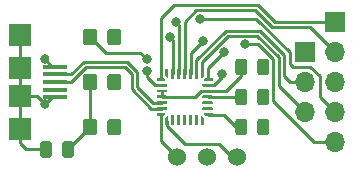
<source format=gbr>
G04 #@! TF.GenerationSoftware,KiCad,Pcbnew,5.0.2-bee76a0~70~ubuntu16.04.1*
G04 #@! TF.CreationDate,2019-07-30T14:22:58+02:00*
G04 #@! TF.ProjectId,hw-DAP42,68772d44-4150-4343-922e-6b696361645f,rev?*
G04 #@! TF.SameCoordinates,Original*
G04 #@! TF.FileFunction,Copper,L1,Top*
G04 #@! TF.FilePolarity,Positive*
%FSLAX46Y46*%
G04 Gerber Fmt 4.6, Leading zero omitted, Abs format (unit mm)*
G04 Created by KiCad (PCBNEW 5.0.2-bee76a0~70~ubuntu16.04.1) date Tue 30 Jul 2019 02:22:58 PM CEST*
%MOMM*%
%LPD*%
G01*
G04 APERTURE LIST*
G04 #@! TA.AperFunction,Conductor*
%ADD10C,0.100000*%
G04 #@! TD*
G04 #@! TA.AperFunction,SMDPad,CuDef*
%ADD11C,0.975000*%
G04 #@! TD*
G04 #@! TA.AperFunction,ComponentPad*
%ADD12R,1.700000X1.700000*%
G04 #@! TD*
G04 #@! TA.AperFunction,ComponentPad*
%ADD13O,1.700000X1.700000*%
G04 #@! TD*
G04 #@! TA.AperFunction,SMDPad,CuDef*
%ADD14C,0.136863*%
G04 #@! TD*
G04 #@! TA.AperFunction,SMDPad,CuDef*
%ADD15C,0.250000*%
G04 #@! TD*
G04 #@! TA.AperFunction,ComponentPad*
%ADD16C,1.524000*%
G04 #@! TD*
G04 #@! TA.AperFunction,SMDPad,CuDef*
%ADD17C,1.150000*%
G04 #@! TD*
G04 #@! TA.AperFunction,SMDPad,CuDef*
%ADD18R,1.897380X1.897380*%
G04 #@! TD*
G04 #@! TA.AperFunction,SMDPad,CuDef*
%ADD19R,2.000000X0.398780*%
G04 #@! TD*
G04 #@! TA.AperFunction,ComponentPad*
%ADD20C,0.797560*%
G04 #@! TD*
G04 #@! TA.AperFunction,ViaPad*
%ADD21C,0.800000*%
G04 #@! TD*
G04 #@! TA.AperFunction,Conductor*
%ADD22C,0.250000*%
G04 #@! TD*
G04 APERTURE END LIST*
D10*
G04 #@! TO.N,VCC*
G04 #@! TO.C,C2*
G36*
X142810142Y-93916174D02*
X142833803Y-93919684D01*
X142857007Y-93925496D01*
X142879529Y-93933554D01*
X142901153Y-93943782D01*
X142921670Y-93956079D01*
X142940883Y-93970329D01*
X142958607Y-93986393D01*
X142974671Y-94004117D01*
X142988921Y-94023330D01*
X143001218Y-94043847D01*
X143011446Y-94065471D01*
X143019504Y-94087993D01*
X143025316Y-94111197D01*
X143028826Y-94134858D01*
X143030000Y-94158750D01*
X143030000Y-95071250D01*
X143028826Y-95095142D01*
X143025316Y-95118803D01*
X143019504Y-95142007D01*
X143011446Y-95164529D01*
X143001218Y-95186153D01*
X142988921Y-95206670D01*
X142974671Y-95225883D01*
X142958607Y-95243607D01*
X142940883Y-95259671D01*
X142921670Y-95273921D01*
X142901153Y-95286218D01*
X142879529Y-95296446D01*
X142857007Y-95304504D01*
X142833803Y-95310316D01*
X142810142Y-95313826D01*
X142786250Y-95315000D01*
X142298750Y-95315000D01*
X142274858Y-95313826D01*
X142251197Y-95310316D01*
X142227993Y-95304504D01*
X142205471Y-95296446D01*
X142183847Y-95286218D01*
X142163330Y-95273921D01*
X142144117Y-95259671D01*
X142126393Y-95243607D01*
X142110329Y-95225883D01*
X142096079Y-95206670D01*
X142083782Y-95186153D01*
X142073554Y-95164529D01*
X142065496Y-95142007D01*
X142059684Y-95118803D01*
X142056174Y-95095142D01*
X142055000Y-95071250D01*
X142055000Y-94158750D01*
X142056174Y-94134858D01*
X142059684Y-94111197D01*
X142065496Y-94087993D01*
X142073554Y-94065471D01*
X142083782Y-94043847D01*
X142096079Y-94023330D01*
X142110329Y-94004117D01*
X142126393Y-93986393D01*
X142144117Y-93970329D01*
X142163330Y-93956079D01*
X142183847Y-93943782D01*
X142205471Y-93933554D01*
X142227993Y-93925496D01*
X142251197Y-93919684D01*
X142274858Y-93916174D01*
X142298750Y-93915000D01*
X142786250Y-93915000D01*
X142810142Y-93916174D01*
X142810142Y-93916174D01*
G37*
D11*
G04 #@! TD*
G04 #@! TO.P,C2,2*
G04 #@! TO.N,VCC*
X142542500Y-94615000D03*
D10*
G04 #@! TO.N,GND*
G04 #@! TO.C,C2*
G36*
X140935142Y-93916174D02*
X140958803Y-93919684D01*
X140982007Y-93925496D01*
X141004529Y-93933554D01*
X141026153Y-93943782D01*
X141046670Y-93956079D01*
X141065883Y-93970329D01*
X141083607Y-93986393D01*
X141099671Y-94004117D01*
X141113921Y-94023330D01*
X141126218Y-94043847D01*
X141136446Y-94065471D01*
X141144504Y-94087993D01*
X141150316Y-94111197D01*
X141153826Y-94134858D01*
X141155000Y-94158750D01*
X141155000Y-95071250D01*
X141153826Y-95095142D01*
X141150316Y-95118803D01*
X141144504Y-95142007D01*
X141136446Y-95164529D01*
X141126218Y-95186153D01*
X141113921Y-95206670D01*
X141099671Y-95225883D01*
X141083607Y-95243607D01*
X141065883Y-95259671D01*
X141046670Y-95273921D01*
X141026153Y-95286218D01*
X141004529Y-95296446D01*
X140982007Y-95304504D01*
X140958803Y-95310316D01*
X140935142Y-95313826D01*
X140911250Y-95315000D01*
X140423750Y-95315000D01*
X140399858Y-95313826D01*
X140376197Y-95310316D01*
X140352993Y-95304504D01*
X140330471Y-95296446D01*
X140308847Y-95286218D01*
X140288330Y-95273921D01*
X140269117Y-95259671D01*
X140251393Y-95243607D01*
X140235329Y-95225883D01*
X140221079Y-95206670D01*
X140208782Y-95186153D01*
X140198554Y-95164529D01*
X140190496Y-95142007D01*
X140184684Y-95118803D01*
X140181174Y-95095142D01*
X140180000Y-95071250D01*
X140180000Y-94158750D01*
X140181174Y-94134858D01*
X140184684Y-94111197D01*
X140190496Y-94087993D01*
X140198554Y-94065471D01*
X140208782Y-94043847D01*
X140221079Y-94023330D01*
X140235329Y-94004117D01*
X140251393Y-93986393D01*
X140269117Y-93970329D01*
X140288330Y-93956079D01*
X140308847Y-93943782D01*
X140330471Y-93933554D01*
X140352993Y-93925496D01*
X140376197Y-93919684D01*
X140399858Y-93916174D01*
X140423750Y-93915000D01*
X140911250Y-93915000D01*
X140935142Y-93916174D01*
X140935142Y-93916174D01*
G37*
D11*
G04 #@! TD*
G04 #@! TO.P,C2,1*
G04 #@! TO.N,GND*
X140667500Y-94615000D03*
D10*
G04 #@! TO.N,Net-(C3-Pad1)*
G04 #@! TO.C,C3*
G36*
X157445142Y-89471174D02*
X157468803Y-89474684D01*
X157492007Y-89480496D01*
X157514529Y-89488554D01*
X157536153Y-89498782D01*
X157556670Y-89511079D01*
X157575883Y-89525329D01*
X157593607Y-89541393D01*
X157609671Y-89559117D01*
X157623921Y-89578330D01*
X157636218Y-89598847D01*
X157646446Y-89620471D01*
X157654504Y-89642993D01*
X157660316Y-89666197D01*
X157663826Y-89689858D01*
X157665000Y-89713750D01*
X157665000Y-90626250D01*
X157663826Y-90650142D01*
X157660316Y-90673803D01*
X157654504Y-90697007D01*
X157646446Y-90719529D01*
X157636218Y-90741153D01*
X157623921Y-90761670D01*
X157609671Y-90780883D01*
X157593607Y-90798607D01*
X157575883Y-90814671D01*
X157556670Y-90828921D01*
X157536153Y-90841218D01*
X157514529Y-90851446D01*
X157492007Y-90859504D01*
X157468803Y-90865316D01*
X157445142Y-90868826D01*
X157421250Y-90870000D01*
X156933750Y-90870000D01*
X156909858Y-90868826D01*
X156886197Y-90865316D01*
X156862993Y-90859504D01*
X156840471Y-90851446D01*
X156818847Y-90841218D01*
X156798330Y-90828921D01*
X156779117Y-90814671D01*
X156761393Y-90798607D01*
X156745329Y-90780883D01*
X156731079Y-90761670D01*
X156718782Y-90741153D01*
X156708554Y-90719529D01*
X156700496Y-90697007D01*
X156694684Y-90673803D01*
X156691174Y-90650142D01*
X156690000Y-90626250D01*
X156690000Y-89713750D01*
X156691174Y-89689858D01*
X156694684Y-89666197D01*
X156700496Y-89642993D01*
X156708554Y-89620471D01*
X156718782Y-89598847D01*
X156731079Y-89578330D01*
X156745329Y-89559117D01*
X156761393Y-89541393D01*
X156779117Y-89525329D01*
X156798330Y-89511079D01*
X156818847Y-89498782D01*
X156840471Y-89488554D01*
X156862993Y-89480496D01*
X156886197Y-89474684D01*
X156909858Y-89471174D01*
X156933750Y-89470000D01*
X157421250Y-89470000D01*
X157445142Y-89471174D01*
X157445142Y-89471174D01*
G37*
D11*
G04 #@! TD*
G04 #@! TO.P,C3,1*
G04 #@! TO.N,Net-(C3-Pad1)*
X157177500Y-90170000D03*
D10*
G04 #@! TO.N,GND*
G04 #@! TO.C,C3*
G36*
X159320142Y-89471174D02*
X159343803Y-89474684D01*
X159367007Y-89480496D01*
X159389529Y-89488554D01*
X159411153Y-89498782D01*
X159431670Y-89511079D01*
X159450883Y-89525329D01*
X159468607Y-89541393D01*
X159484671Y-89559117D01*
X159498921Y-89578330D01*
X159511218Y-89598847D01*
X159521446Y-89620471D01*
X159529504Y-89642993D01*
X159535316Y-89666197D01*
X159538826Y-89689858D01*
X159540000Y-89713750D01*
X159540000Y-90626250D01*
X159538826Y-90650142D01*
X159535316Y-90673803D01*
X159529504Y-90697007D01*
X159521446Y-90719529D01*
X159511218Y-90741153D01*
X159498921Y-90761670D01*
X159484671Y-90780883D01*
X159468607Y-90798607D01*
X159450883Y-90814671D01*
X159431670Y-90828921D01*
X159411153Y-90841218D01*
X159389529Y-90851446D01*
X159367007Y-90859504D01*
X159343803Y-90865316D01*
X159320142Y-90868826D01*
X159296250Y-90870000D01*
X158808750Y-90870000D01*
X158784858Y-90868826D01*
X158761197Y-90865316D01*
X158737993Y-90859504D01*
X158715471Y-90851446D01*
X158693847Y-90841218D01*
X158673330Y-90828921D01*
X158654117Y-90814671D01*
X158636393Y-90798607D01*
X158620329Y-90780883D01*
X158606079Y-90761670D01*
X158593782Y-90741153D01*
X158583554Y-90719529D01*
X158575496Y-90697007D01*
X158569684Y-90673803D01*
X158566174Y-90650142D01*
X158565000Y-90626250D01*
X158565000Y-89713750D01*
X158566174Y-89689858D01*
X158569684Y-89666197D01*
X158575496Y-89642993D01*
X158583554Y-89620471D01*
X158593782Y-89598847D01*
X158606079Y-89578330D01*
X158620329Y-89559117D01*
X158636393Y-89541393D01*
X158654117Y-89525329D01*
X158673330Y-89511079D01*
X158693847Y-89498782D01*
X158715471Y-89488554D01*
X158737993Y-89480496D01*
X158761197Y-89474684D01*
X158784858Y-89471174D01*
X158808750Y-89470000D01*
X159296250Y-89470000D01*
X159320142Y-89471174D01*
X159320142Y-89471174D01*
G37*
D11*
G04 #@! TD*
G04 #@! TO.P,C3,2*
G04 #@! TO.N,GND*
X159052500Y-90170000D03*
D10*
G04 #@! TO.N,GND*
G04 #@! TO.C,C4*
G36*
X159320142Y-86931174D02*
X159343803Y-86934684D01*
X159367007Y-86940496D01*
X159389529Y-86948554D01*
X159411153Y-86958782D01*
X159431670Y-86971079D01*
X159450883Y-86985329D01*
X159468607Y-87001393D01*
X159484671Y-87019117D01*
X159498921Y-87038330D01*
X159511218Y-87058847D01*
X159521446Y-87080471D01*
X159529504Y-87102993D01*
X159535316Y-87126197D01*
X159538826Y-87149858D01*
X159540000Y-87173750D01*
X159540000Y-88086250D01*
X159538826Y-88110142D01*
X159535316Y-88133803D01*
X159529504Y-88157007D01*
X159521446Y-88179529D01*
X159511218Y-88201153D01*
X159498921Y-88221670D01*
X159484671Y-88240883D01*
X159468607Y-88258607D01*
X159450883Y-88274671D01*
X159431670Y-88288921D01*
X159411153Y-88301218D01*
X159389529Y-88311446D01*
X159367007Y-88319504D01*
X159343803Y-88325316D01*
X159320142Y-88328826D01*
X159296250Y-88330000D01*
X158808750Y-88330000D01*
X158784858Y-88328826D01*
X158761197Y-88325316D01*
X158737993Y-88319504D01*
X158715471Y-88311446D01*
X158693847Y-88301218D01*
X158673330Y-88288921D01*
X158654117Y-88274671D01*
X158636393Y-88258607D01*
X158620329Y-88240883D01*
X158606079Y-88221670D01*
X158593782Y-88201153D01*
X158583554Y-88179529D01*
X158575496Y-88157007D01*
X158569684Y-88133803D01*
X158566174Y-88110142D01*
X158565000Y-88086250D01*
X158565000Y-87173750D01*
X158566174Y-87149858D01*
X158569684Y-87126197D01*
X158575496Y-87102993D01*
X158583554Y-87080471D01*
X158593782Y-87058847D01*
X158606079Y-87038330D01*
X158620329Y-87019117D01*
X158636393Y-87001393D01*
X158654117Y-86985329D01*
X158673330Y-86971079D01*
X158693847Y-86958782D01*
X158715471Y-86948554D01*
X158737993Y-86940496D01*
X158761197Y-86934684D01*
X158784858Y-86931174D01*
X158808750Y-86930000D01*
X159296250Y-86930000D01*
X159320142Y-86931174D01*
X159320142Y-86931174D01*
G37*
D11*
G04 #@! TD*
G04 #@! TO.P,C4,2*
G04 #@! TO.N,GND*
X159052500Y-87630000D03*
D10*
G04 #@! TO.N,VCC*
G04 #@! TO.C,C4*
G36*
X157445142Y-86931174D02*
X157468803Y-86934684D01*
X157492007Y-86940496D01*
X157514529Y-86948554D01*
X157536153Y-86958782D01*
X157556670Y-86971079D01*
X157575883Y-86985329D01*
X157593607Y-87001393D01*
X157609671Y-87019117D01*
X157623921Y-87038330D01*
X157636218Y-87058847D01*
X157646446Y-87080471D01*
X157654504Y-87102993D01*
X157660316Y-87126197D01*
X157663826Y-87149858D01*
X157665000Y-87173750D01*
X157665000Y-88086250D01*
X157663826Y-88110142D01*
X157660316Y-88133803D01*
X157654504Y-88157007D01*
X157646446Y-88179529D01*
X157636218Y-88201153D01*
X157623921Y-88221670D01*
X157609671Y-88240883D01*
X157593607Y-88258607D01*
X157575883Y-88274671D01*
X157556670Y-88288921D01*
X157536153Y-88301218D01*
X157514529Y-88311446D01*
X157492007Y-88319504D01*
X157468803Y-88325316D01*
X157445142Y-88328826D01*
X157421250Y-88330000D01*
X156933750Y-88330000D01*
X156909858Y-88328826D01*
X156886197Y-88325316D01*
X156862993Y-88319504D01*
X156840471Y-88311446D01*
X156818847Y-88301218D01*
X156798330Y-88288921D01*
X156779117Y-88274671D01*
X156761393Y-88258607D01*
X156745329Y-88240883D01*
X156731079Y-88221670D01*
X156718782Y-88201153D01*
X156708554Y-88179529D01*
X156700496Y-88157007D01*
X156694684Y-88133803D01*
X156691174Y-88110142D01*
X156690000Y-88086250D01*
X156690000Y-87173750D01*
X156691174Y-87149858D01*
X156694684Y-87126197D01*
X156700496Y-87102993D01*
X156708554Y-87080471D01*
X156718782Y-87058847D01*
X156731079Y-87038330D01*
X156745329Y-87019117D01*
X156761393Y-87001393D01*
X156779117Y-86985329D01*
X156798330Y-86971079D01*
X156818847Y-86958782D01*
X156840471Y-86948554D01*
X156862993Y-86940496D01*
X156886197Y-86934684D01*
X156909858Y-86931174D01*
X156933750Y-86930000D01*
X157421250Y-86930000D01*
X157445142Y-86931174D01*
X157445142Y-86931174D01*
G37*
D11*
G04 #@! TD*
G04 #@! TO.P,C4,1*
G04 #@! TO.N,VCC*
X157177500Y-87630000D03*
D10*
G04 #@! TO.N,Net-(R1-Pad1)*
G04 #@! TO.C,R1*
G36*
X157445142Y-92011174D02*
X157468803Y-92014684D01*
X157492007Y-92020496D01*
X157514529Y-92028554D01*
X157536153Y-92038782D01*
X157556670Y-92051079D01*
X157575883Y-92065329D01*
X157593607Y-92081393D01*
X157609671Y-92099117D01*
X157623921Y-92118330D01*
X157636218Y-92138847D01*
X157646446Y-92160471D01*
X157654504Y-92182993D01*
X157660316Y-92206197D01*
X157663826Y-92229858D01*
X157665000Y-92253750D01*
X157665000Y-93166250D01*
X157663826Y-93190142D01*
X157660316Y-93213803D01*
X157654504Y-93237007D01*
X157646446Y-93259529D01*
X157636218Y-93281153D01*
X157623921Y-93301670D01*
X157609671Y-93320883D01*
X157593607Y-93338607D01*
X157575883Y-93354671D01*
X157556670Y-93368921D01*
X157536153Y-93381218D01*
X157514529Y-93391446D01*
X157492007Y-93399504D01*
X157468803Y-93405316D01*
X157445142Y-93408826D01*
X157421250Y-93410000D01*
X156933750Y-93410000D01*
X156909858Y-93408826D01*
X156886197Y-93405316D01*
X156862993Y-93399504D01*
X156840471Y-93391446D01*
X156818847Y-93381218D01*
X156798330Y-93368921D01*
X156779117Y-93354671D01*
X156761393Y-93338607D01*
X156745329Y-93320883D01*
X156731079Y-93301670D01*
X156718782Y-93281153D01*
X156708554Y-93259529D01*
X156700496Y-93237007D01*
X156694684Y-93213803D01*
X156691174Y-93190142D01*
X156690000Y-93166250D01*
X156690000Y-92253750D01*
X156691174Y-92229858D01*
X156694684Y-92206197D01*
X156700496Y-92182993D01*
X156708554Y-92160471D01*
X156718782Y-92138847D01*
X156731079Y-92118330D01*
X156745329Y-92099117D01*
X156761393Y-92081393D01*
X156779117Y-92065329D01*
X156798330Y-92051079D01*
X156818847Y-92038782D01*
X156840471Y-92028554D01*
X156862993Y-92020496D01*
X156886197Y-92014684D01*
X156909858Y-92011174D01*
X156933750Y-92010000D01*
X157421250Y-92010000D01*
X157445142Y-92011174D01*
X157445142Y-92011174D01*
G37*
D11*
G04 #@! TD*
G04 #@! TO.P,R1,1*
G04 #@! TO.N,Net-(R1-Pad1)*
X157177500Y-92710000D03*
D10*
G04 #@! TO.N,GND*
G04 #@! TO.C,R1*
G36*
X159320142Y-92011174D02*
X159343803Y-92014684D01*
X159367007Y-92020496D01*
X159389529Y-92028554D01*
X159411153Y-92038782D01*
X159431670Y-92051079D01*
X159450883Y-92065329D01*
X159468607Y-92081393D01*
X159484671Y-92099117D01*
X159498921Y-92118330D01*
X159511218Y-92138847D01*
X159521446Y-92160471D01*
X159529504Y-92182993D01*
X159535316Y-92206197D01*
X159538826Y-92229858D01*
X159540000Y-92253750D01*
X159540000Y-93166250D01*
X159538826Y-93190142D01*
X159535316Y-93213803D01*
X159529504Y-93237007D01*
X159521446Y-93259529D01*
X159511218Y-93281153D01*
X159498921Y-93301670D01*
X159484671Y-93320883D01*
X159468607Y-93338607D01*
X159450883Y-93354671D01*
X159431670Y-93368921D01*
X159411153Y-93381218D01*
X159389529Y-93391446D01*
X159367007Y-93399504D01*
X159343803Y-93405316D01*
X159320142Y-93408826D01*
X159296250Y-93410000D01*
X158808750Y-93410000D01*
X158784858Y-93408826D01*
X158761197Y-93405316D01*
X158737993Y-93399504D01*
X158715471Y-93391446D01*
X158693847Y-93381218D01*
X158673330Y-93368921D01*
X158654117Y-93354671D01*
X158636393Y-93338607D01*
X158620329Y-93320883D01*
X158606079Y-93301670D01*
X158593782Y-93281153D01*
X158583554Y-93259529D01*
X158575496Y-93237007D01*
X158569684Y-93213803D01*
X158566174Y-93190142D01*
X158565000Y-93166250D01*
X158565000Y-92253750D01*
X158566174Y-92229858D01*
X158569684Y-92206197D01*
X158575496Y-92182993D01*
X158583554Y-92160471D01*
X158593782Y-92138847D01*
X158606079Y-92118330D01*
X158620329Y-92099117D01*
X158636393Y-92081393D01*
X158654117Y-92065329D01*
X158673330Y-92051079D01*
X158693847Y-92038782D01*
X158715471Y-92028554D01*
X158737993Y-92020496D01*
X158761197Y-92014684D01*
X158784858Y-92011174D01*
X158808750Y-92010000D01*
X159296250Y-92010000D01*
X159320142Y-92011174D01*
X159320142Y-92011174D01*
G37*
D11*
G04 #@! TD*
G04 #@! TO.P,R1,2*
G04 #@! TO.N,GND*
X159052500Y-92710000D03*
D12*
G04 #@! TO.P,J3,1*
G04 #@! TO.N,GND*
X162560000Y-86360000D03*
D13*
G04 #@! TO.P,J3,2*
G04 #@! TO.N,/TGT_TX*
X162560000Y-88900000D03*
G04 #@! TO.P,J3,3*
G04 #@! TO.N,/TGT_RX*
X162560000Y-91440000D03*
G04 #@! TD*
D14*
G04 #@! TO.P,U2,1*
G04 #@! TO.N,Net-(R1-Pad1)*
X154397500Y-91670000D03*
D10*
G04 #@! TD*
G04 #@! TO.N,Net-(R1-Pad1)*
G04 #@! TO.C,U2*
G36*
X154189861Y-91794135D02*
X154181419Y-91791575D01*
X154173639Y-91787416D01*
X154166820Y-91781820D01*
X154033180Y-91648180D01*
X154027584Y-91641361D01*
X154023425Y-91633581D01*
X154020865Y-91625139D01*
X154020000Y-91616360D01*
X154020000Y-91590000D01*
X154020865Y-91581221D01*
X154023425Y-91572779D01*
X154027584Y-91564999D01*
X154033180Y-91558180D01*
X154039999Y-91552584D01*
X154047779Y-91548425D01*
X154056221Y-91545865D01*
X154065000Y-91545000D01*
X154730000Y-91545000D01*
X154738779Y-91545865D01*
X154747221Y-91548425D01*
X154755001Y-91552584D01*
X154761820Y-91558180D01*
X154767416Y-91564999D01*
X154771575Y-91572779D01*
X154774135Y-91581221D01*
X154775000Y-91590000D01*
X154775000Y-91750000D01*
X154774135Y-91758779D01*
X154771575Y-91767221D01*
X154767416Y-91775001D01*
X154761820Y-91781820D01*
X154755001Y-91787416D01*
X154747221Y-91791575D01*
X154738779Y-91794135D01*
X154730000Y-91795000D01*
X154198640Y-91795000D01*
X154189861Y-91794135D01*
X154189861Y-91794135D01*
G37*
G04 #@! TO.N,Net-(U2-Pad2)*
G04 #@! TO.C,U2*
G36*
X154718626Y-91045301D02*
X154724693Y-91046201D01*
X154730643Y-91047691D01*
X154736418Y-91049758D01*
X154741962Y-91052380D01*
X154747223Y-91055533D01*
X154752150Y-91059187D01*
X154756694Y-91063306D01*
X154760813Y-91067850D01*
X154764467Y-91072777D01*
X154767620Y-91078038D01*
X154770242Y-91083582D01*
X154772309Y-91089357D01*
X154773799Y-91095307D01*
X154774699Y-91101374D01*
X154775000Y-91107500D01*
X154775000Y-91232500D01*
X154774699Y-91238626D01*
X154773799Y-91244693D01*
X154772309Y-91250643D01*
X154770242Y-91256418D01*
X154767620Y-91261962D01*
X154764467Y-91267223D01*
X154760813Y-91272150D01*
X154756694Y-91276694D01*
X154752150Y-91280813D01*
X154747223Y-91284467D01*
X154741962Y-91287620D01*
X154736418Y-91290242D01*
X154730643Y-91292309D01*
X154724693Y-91293799D01*
X154718626Y-91294699D01*
X154712500Y-91295000D01*
X153962500Y-91295000D01*
X153956374Y-91294699D01*
X153950307Y-91293799D01*
X153944357Y-91292309D01*
X153938582Y-91290242D01*
X153933038Y-91287620D01*
X153927777Y-91284467D01*
X153922850Y-91280813D01*
X153918306Y-91276694D01*
X153914187Y-91272150D01*
X153910533Y-91267223D01*
X153907380Y-91261962D01*
X153904758Y-91256418D01*
X153902691Y-91250643D01*
X153901201Y-91244693D01*
X153900301Y-91238626D01*
X153900000Y-91232500D01*
X153900000Y-91107500D01*
X153900301Y-91101374D01*
X153901201Y-91095307D01*
X153902691Y-91089357D01*
X153904758Y-91083582D01*
X153907380Y-91078038D01*
X153910533Y-91072777D01*
X153914187Y-91067850D01*
X153918306Y-91063306D01*
X153922850Y-91059187D01*
X153927777Y-91055533D01*
X153933038Y-91052380D01*
X153938582Y-91049758D01*
X153944357Y-91047691D01*
X153950307Y-91046201D01*
X153956374Y-91045301D01*
X153962500Y-91045000D01*
X154712500Y-91045000D01*
X154718626Y-91045301D01*
X154718626Y-91045301D01*
G37*
D15*
G04 #@! TD*
G04 #@! TO.P,U2,2*
G04 #@! TO.N,Net-(U2-Pad2)*
X154337500Y-91170000D03*
D10*
G04 #@! TO.N,Net-(U2-Pad3)*
G04 #@! TO.C,U2*
G36*
X154718626Y-90545301D02*
X154724693Y-90546201D01*
X154730643Y-90547691D01*
X154736418Y-90549758D01*
X154741962Y-90552380D01*
X154747223Y-90555533D01*
X154752150Y-90559187D01*
X154756694Y-90563306D01*
X154760813Y-90567850D01*
X154764467Y-90572777D01*
X154767620Y-90578038D01*
X154770242Y-90583582D01*
X154772309Y-90589357D01*
X154773799Y-90595307D01*
X154774699Y-90601374D01*
X154775000Y-90607500D01*
X154775000Y-90732500D01*
X154774699Y-90738626D01*
X154773799Y-90744693D01*
X154772309Y-90750643D01*
X154770242Y-90756418D01*
X154767620Y-90761962D01*
X154764467Y-90767223D01*
X154760813Y-90772150D01*
X154756694Y-90776694D01*
X154752150Y-90780813D01*
X154747223Y-90784467D01*
X154741962Y-90787620D01*
X154736418Y-90790242D01*
X154730643Y-90792309D01*
X154724693Y-90793799D01*
X154718626Y-90794699D01*
X154712500Y-90795000D01*
X153962500Y-90795000D01*
X153956374Y-90794699D01*
X153950307Y-90793799D01*
X153944357Y-90792309D01*
X153938582Y-90790242D01*
X153933038Y-90787620D01*
X153927777Y-90784467D01*
X153922850Y-90780813D01*
X153918306Y-90776694D01*
X153914187Y-90772150D01*
X153910533Y-90767223D01*
X153907380Y-90761962D01*
X153904758Y-90756418D01*
X153902691Y-90750643D01*
X153901201Y-90744693D01*
X153900301Y-90738626D01*
X153900000Y-90732500D01*
X153900000Y-90607500D01*
X153900301Y-90601374D01*
X153901201Y-90595307D01*
X153902691Y-90589357D01*
X153904758Y-90583582D01*
X153907380Y-90578038D01*
X153910533Y-90572777D01*
X153914187Y-90567850D01*
X153918306Y-90563306D01*
X153922850Y-90559187D01*
X153927777Y-90555533D01*
X153933038Y-90552380D01*
X153938582Y-90549758D01*
X153944357Y-90547691D01*
X153950307Y-90546201D01*
X153956374Y-90545301D01*
X153962500Y-90545000D01*
X154712500Y-90545000D01*
X154718626Y-90545301D01*
X154718626Y-90545301D01*
G37*
D15*
G04 #@! TD*
G04 #@! TO.P,U2,3*
G04 #@! TO.N,Net-(U2-Pad3)*
X154337500Y-90670000D03*
D10*
G04 #@! TO.N,Net-(C3-Pad1)*
G04 #@! TO.C,U2*
G36*
X154718626Y-90045301D02*
X154724693Y-90046201D01*
X154730643Y-90047691D01*
X154736418Y-90049758D01*
X154741962Y-90052380D01*
X154747223Y-90055533D01*
X154752150Y-90059187D01*
X154756694Y-90063306D01*
X154760813Y-90067850D01*
X154764467Y-90072777D01*
X154767620Y-90078038D01*
X154770242Y-90083582D01*
X154772309Y-90089357D01*
X154773799Y-90095307D01*
X154774699Y-90101374D01*
X154775000Y-90107500D01*
X154775000Y-90232500D01*
X154774699Y-90238626D01*
X154773799Y-90244693D01*
X154772309Y-90250643D01*
X154770242Y-90256418D01*
X154767620Y-90261962D01*
X154764467Y-90267223D01*
X154760813Y-90272150D01*
X154756694Y-90276694D01*
X154752150Y-90280813D01*
X154747223Y-90284467D01*
X154741962Y-90287620D01*
X154736418Y-90290242D01*
X154730643Y-90292309D01*
X154724693Y-90293799D01*
X154718626Y-90294699D01*
X154712500Y-90295000D01*
X153962500Y-90295000D01*
X153956374Y-90294699D01*
X153950307Y-90293799D01*
X153944357Y-90292309D01*
X153938582Y-90290242D01*
X153933038Y-90287620D01*
X153927777Y-90284467D01*
X153922850Y-90280813D01*
X153918306Y-90276694D01*
X153914187Y-90272150D01*
X153910533Y-90267223D01*
X153907380Y-90261962D01*
X153904758Y-90256418D01*
X153902691Y-90250643D01*
X153901201Y-90244693D01*
X153900301Y-90238626D01*
X153900000Y-90232500D01*
X153900000Y-90107500D01*
X153900301Y-90101374D01*
X153901201Y-90095307D01*
X153902691Y-90089357D01*
X153904758Y-90083582D01*
X153907380Y-90078038D01*
X153910533Y-90072777D01*
X153914187Y-90067850D01*
X153918306Y-90063306D01*
X153922850Y-90059187D01*
X153927777Y-90055533D01*
X153933038Y-90052380D01*
X153938582Y-90049758D01*
X153944357Y-90047691D01*
X153950307Y-90046201D01*
X153956374Y-90045301D01*
X153962500Y-90045000D01*
X154712500Y-90045000D01*
X154718626Y-90045301D01*
X154718626Y-90045301D01*
G37*
D15*
G04 #@! TD*
G04 #@! TO.P,U2,4*
G04 #@! TO.N,Net-(C3-Pad1)*
X154337500Y-90170000D03*
D10*
G04 #@! TO.N,VCC*
G04 #@! TO.C,U2*
G36*
X154718626Y-89545301D02*
X154724693Y-89546201D01*
X154730643Y-89547691D01*
X154736418Y-89549758D01*
X154741962Y-89552380D01*
X154747223Y-89555533D01*
X154752150Y-89559187D01*
X154756694Y-89563306D01*
X154760813Y-89567850D01*
X154764467Y-89572777D01*
X154767620Y-89578038D01*
X154770242Y-89583582D01*
X154772309Y-89589357D01*
X154773799Y-89595307D01*
X154774699Y-89601374D01*
X154775000Y-89607500D01*
X154775000Y-89732500D01*
X154774699Y-89738626D01*
X154773799Y-89744693D01*
X154772309Y-89750643D01*
X154770242Y-89756418D01*
X154767620Y-89761962D01*
X154764467Y-89767223D01*
X154760813Y-89772150D01*
X154756694Y-89776694D01*
X154752150Y-89780813D01*
X154747223Y-89784467D01*
X154741962Y-89787620D01*
X154736418Y-89790242D01*
X154730643Y-89792309D01*
X154724693Y-89793799D01*
X154718626Y-89794699D01*
X154712500Y-89795000D01*
X153962500Y-89795000D01*
X153956374Y-89794699D01*
X153950307Y-89793799D01*
X153944357Y-89792309D01*
X153938582Y-89790242D01*
X153933038Y-89787620D01*
X153927777Y-89784467D01*
X153922850Y-89780813D01*
X153918306Y-89776694D01*
X153914187Y-89772150D01*
X153910533Y-89767223D01*
X153907380Y-89761962D01*
X153904758Y-89756418D01*
X153902691Y-89750643D01*
X153901201Y-89744693D01*
X153900301Y-89738626D01*
X153900000Y-89732500D01*
X153900000Y-89607500D01*
X153900301Y-89601374D01*
X153901201Y-89595307D01*
X153902691Y-89589357D01*
X153904758Y-89583582D01*
X153907380Y-89578038D01*
X153910533Y-89572777D01*
X153914187Y-89567850D01*
X153918306Y-89563306D01*
X153922850Y-89559187D01*
X153927777Y-89555533D01*
X153933038Y-89552380D01*
X153938582Y-89549758D01*
X153944357Y-89547691D01*
X153950307Y-89546201D01*
X153956374Y-89545301D01*
X153962500Y-89545000D01*
X154712500Y-89545000D01*
X154718626Y-89545301D01*
X154718626Y-89545301D01*
G37*
D15*
G04 #@! TD*
G04 #@! TO.P,U2,5*
G04 #@! TO.N,VCC*
X154337500Y-89670000D03*
D10*
G04 #@! TO.N,/LED0*
G04 #@! TO.C,U2*
G36*
X154718626Y-89045301D02*
X154724693Y-89046201D01*
X154730643Y-89047691D01*
X154736418Y-89049758D01*
X154741962Y-89052380D01*
X154747223Y-89055533D01*
X154752150Y-89059187D01*
X154756694Y-89063306D01*
X154760813Y-89067850D01*
X154764467Y-89072777D01*
X154767620Y-89078038D01*
X154770242Y-89083582D01*
X154772309Y-89089357D01*
X154773799Y-89095307D01*
X154774699Y-89101374D01*
X154775000Y-89107500D01*
X154775000Y-89232500D01*
X154774699Y-89238626D01*
X154773799Y-89244693D01*
X154772309Y-89250643D01*
X154770242Y-89256418D01*
X154767620Y-89261962D01*
X154764467Y-89267223D01*
X154760813Y-89272150D01*
X154756694Y-89276694D01*
X154752150Y-89280813D01*
X154747223Y-89284467D01*
X154741962Y-89287620D01*
X154736418Y-89290242D01*
X154730643Y-89292309D01*
X154724693Y-89293799D01*
X154718626Y-89294699D01*
X154712500Y-89295000D01*
X153962500Y-89295000D01*
X153956374Y-89294699D01*
X153950307Y-89293799D01*
X153944357Y-89292309D01*
X153938582Y-89290242D01*
X153933038Y-89287620D01*
X153927777Y-89284467D01*
X153922850Y-89280813D01*
X153918306Y-89276694D01*
X153914187Y-89272150D01*
X153910533Y-89267223D01*
X153907380Y-89261962D01*
X153904758Y-89256418D01*
X153902691Y-89250643D01*
X153901201Y-89244693D01*
X153900301Y-89238626D01*
X153900000Y-89232500D01*
X153900000Y-89107500D01*
X153900301Y-89101374D01*
X153901201Y-89095307D01*
X153902691Y-89089357D01*
X153904758Y-89083582D01*
X153907380Y-89078038D01*
X153910533Y-89072777D01*
X153914187Y-89067850D01*
X153918306Y-89063306D01*
X153922850Y-89059187D01*
X153927777Y-89055533D01*
X153933038Y-89052380D01*
X153938582Y-89049758D01*
X153944357Y-89047691D01*
X153950307Y-89046201D01*
X153956374Y-89045301D01*
X153962500Y-89045000D01*
X154712500Y-89045000D01*
X154718626Y-89045301D01*
X154718626Y-89045301D01*
G37*
D15*
G04 #@! TD*
G04 #@! TO.P,U2,6*
G04 #@! TO.N,/LED0*
X154337500Y-89170000D03*
D14*
G04 #@! TO.P,U2,7*
G04 #@! TO.N,/LED1*
X154397500Y-88670000D03*
D10*
G04 #@! TD*
G04 #@! TO.N,/LED1*
G04 #@! TO.C,U2*
G36*
X154056221Y-88794135D02*
X154047779Y-88791575D01*
X154039999Y-88787416D01*
X154033180Y-88781820D01*
X154027584Y-88775001D01*
X154023425Y-88767221D01*
X154020865Y-88758779D01*
X154020000Y-88750000D01*
X154020000Y-88723640D01*
X154020865Y-88714861D01*
X154023425Y-88706419D01*
X154027584Y-88698639D01*
X154033180Y-88691820D01*
X154166820Y-88558180D01*
X154173639Y-88552584D01*
X154181419Y-88548425D01*
X154189861Y-88545865D01*
X154198640Y-88545000D01*
X154730000Y-88545000D01*
X154738779Y-88545865D01*
X154747221Y-88548425D01*
X154755001Y-88552584D01*
X154761820Y-88558180D01*
X154767416Y-88564999D01*
X154771575Y-88572779D01*
X154774135Y-88581221D01*
X154775000Y-88590000D01*
X154775000Y-88750000D01*
X154774135Y-88758779D01*
X154771575Y-88767221D01*
X154767416Y-88775001D01*
X154761820Y-88781820D01*
X154755001Y-88787416D01*
X154747221Y-88791575D01*
X154738779Y-88794135D01*
X154730000Y-88795000D01*
X154065000Y-88795000D01*
X154056221Y-88794135D01*
X154056221Y-88794135D01*
G37*
D14*
G04 #@! TO.P,U2,8*
G04 #@! TO.N,/TGT_RX*
X153900000Y-88172500D03*
D10*
G04 #@! TD*
G04 #@! TO.N,/TGT_RX*
G04 #@! TO.C,U2*
G36*
X153811221Y-88549135D02*
X153802779Y-88546575D01*
X153794999Y-88542416D01*
X153788180Y-88536820D01*
X153782584Y-88530001D01*
X153778425Y-88522221D01*
X153775865Y-88513779D01*
X153775000Y-88505000D01*
X153775000Y-87840000D01*
X153775865Y-87831221D01*
X153778425Y-87822779D01*
X153782584Y-87814999D01*
X153788180Y-87808180D01*
X153794999Y-87802584D01*
X153802779Y-87798425D01*
X153811221Y-87795865D01*
X153820000Y-87795000D01*
X153980000Y-87795000D01*
X153988779Y-87795865D01*
X153997221Y-87798425D01*
X154005001Y-87802584D01*
X154011820Y-87808180D01*
X154017416Y-87814999D01*
X154021575Y-87822779D01*
X154024135Y-87831221D01*
X154025000Y-87840000D01*
X154025000Y-88371360D01*
X154024135Y-88380139D01*
X154021575Y-88388581D01*
X154017416Y-88396361D01*
X154011820Y-88403180D01*
X153878180Y-88536820D01*
X153871361Y-88542416D01*
X153863581Y-88546575D01*
X153855139Y-88549135D01*
X153846360Y-88550000D01*
X153820000Y-88550000D01*
X153811221Y-88549135D01*
X153811221Y-88549135D01*
G37*
G04 #@! TO.N,/TGT_TX*
G04 #@! TO.C,U2*
G36*
X153468626Y-87795301D02*
X153474693Y-87796201D01*
X153480643Y-87797691D01*
X153486418Y-87799758D01*
X153491962Y-87802380D01*
X153497223Y-87805533D01*
X153502150Y-87809187D01*
X153506694Y-87813306D01*
X153510813Y-87817850D01*
X153514467Y-87822777D01*
X153517620Y-87828038D01*
X153520242Y-87833582D01*
X153522309Y-87839357D01*
X153523799Y-87845307D01*
X153524699Y-87851374D01*
X153525000Y-87857500D01*
X153525000Y-88607500D01*
X153524699Y-88613626D01*
X153523799Y-88619693D01*
X153522309Y-88625643D01*
X153520242Y-88631418D01*
X153517620Y-88636962D01*
X153514467Y-88642223D01*
X153510813Y-88647150D01*
X153506694Y-88651694D01*
X153502150Y-88655813D01*
X153497223Y-88659467D01*
X153491962Y-88662620D01*
X153486418Y-88665242D01*
X153480643Y-88667309D01*
X153474693Y-88668799D01*
X153468626Y-88669699D01*
X153462500Y-88670000D01*
X153337500Y-88670000D01*
X153331374Y-88669699D01*
X153325307Y-88668799D01*
X153319357Y-88667309D01*
X153313582Y-88665242D01*
X153308038Y-88662620D01*
X153302777Y-88659467D01*
X153297850Y-88655813D01*
X153293306Y-88651694D01*
X153289187Y-88647150D01*
X153285533Y-88642223D01*
X153282380Y-88636962D01*
X153279758Y-88631418D01*
X153277691Y-88625643D01*
X153276201Y-88619693D01*
X153275301Y-88613626D01*
X153275000Y-88607500D01*
X153275000Y-87857500D01*
X153275301Y-87851374D01*
X153276201Y-87845307D01*
X153277691Y-87839357D01*
X153279758Y-87833582D01*
X153282380Y-87828038D01*
X153285533Y-87822777D01*
X153289187Y-87817850D01*
X153293306Y-87813306D01*
X153297850Y-87809187D01*
X153302777Y-87805533D01*
X153308038Y-87802380D01*
X153313582Y-87799758D01*
X153319357Y-87797691D01*
X153325307Y-87796201D01*
X153331374Y-87795301D01*
X153337500Y-87795000D01*
X153462500Y-87795000D01*
X153468626Y-87795301D01*
X153468626Y-87795301D01*
G37*
D15*
G04 #@! TD*
G04 #@! TO.P,U2,9*
G04 #@! TO.N,/TGT_TX*
X153400000Y-88232500D03*
D10*
G04 #@! TO.N,/LED2*
G04 #@! TO.C,U2*
G36*
X152968626Y-87795301D02*
X152974693Y-87796201D01*
X152980643Y-87797691D01*
X152986418Y-87799758D01*
X152991962Y-87802380D01*
X152997223Y-87805533D01*
X153002150Y-87809187D01*
X153006694Y-87813306D01*
X153010813Y-87817850D01*
X153014467Y-87822777D01*
X153017620Y-87828038D01*
X153020242Y-87833582D01*
X153022309Y-87839357D01*
X153023799Y-87845307D01*
X153024699Y-87851374D01*
X153025000Y-87857500D01*
X153025000Y-88607500D01*
X153024699Y-88613626D01*
X153023799Y-88619693D01*
X153022309Y-88625643D01*
X153020242Y-88631418D01*
X153017620Y-88636962D01*
X153014467Y-88642223D01*
X153010813Y-88647150D01*
X153006694Y-88651694D01*
X153002150Y-88655813D01*
X152997223Y-88659467D01*
X152991962Y-88662620D01*
X152986418Y-88665242D01*
X152980643Y-88667309D01*
X152974693Y-88668799D01*
X152968626Y-88669699D01*
X152962500Y-88670000D01*
X152837500Y-88670000D01*
X152831374Y-88669699D01*
X152825307Y-88668799D01*
X152819357Y-88667309D01*
X152813582Y-88665242D01*
X152808038Y-88662620D01*
X152802777Y-88659467D01*
X152797850Y-88655813D01*
X152793306Y-88651694D01*
X152789187Y-88647150D01*
X152785533Y-88642223D01*
X152782380Y-88636962D01*
X152779758Y-88631418D01*
X152777691Y-88625643D01*
X152776201Y-88619693D01*
X152775301Y-88613626D01*
X152775000Y-88607500D01*
X152775000Y-87857500D01*
X152775301Y-87851374D01*
X152776201Y-87845307D01*
X152777691Y-87839357D01*
X152779758Y-87833582D01*
X152782380Y-87828038D01*
X152785533Y-87822777D01*
X152789187Y-87817850D01*
X152793306Y-87813306D01*
X152797850Y-87809187D01*
X152802777Y-87805533D01*
X152808038Y-87802380D01*
X152813582Y-87799758D01*
X152819357Y-87797691D01*
X152825307Y-87796201D01*
X152831374Y-87795301D01*
X152837500Y-87795000D01*
X152962500Y-87795000D01*
X152968626Y-87795301D01*
X152968626Y-87795301D01*
G37*
D15*
G04 #@! TD*
G04 #@! TO.P,U2,10*
G04 #@! TO.N,/LED2*
X152900000Y-88232500D03*
D10*
G04 #@! TO.N,/TGT_SWDIO*
G04 #@! TO.C,U2*
G36*
X152468626Y-87795301D02*
X152474693Y-87796201D01*
X152480643Y-87797691D01*
X152486418Y-87799758D01*
X152491962Y-87802380D01*
X152497223Y-87805533D01*
X152502150Y-87809187D01*
X152506694Y-87813306D01*
X152510813Y-87817850D01*
X152514467Y-87822777D01*
X152517620Y-87828038D01*
X152520242Y-87833582D01*
X152522309Y-87839357D01*
X152523799Y-87845307D01*
X152524699Y-87851374D01*
X152525000Y-87857500D01*
X152525000Y-88607500D01*
X152524699Y-88613626D01*
X152523799Y-88619693D01*
X152522309Y-88625643D01*
X152520242Y-88631418D01*
X152517620Y-88636962D01*
X152514467Y-88642223D01*
X152510813Y-88647150D01*
X152506694Y-88651694D01*
X152502150Y-88655813D01*
X152497223Y-88659467D01*
X152491962Y-88662620D01*
X152486418Y-88665242D01*
X152480643Y-88667309D01*
X152474693Y-88668799D01*
X152468626Y-88669699D01*
X152462500Y-88670000D01*
X152337500Y-88670000D01*
X152331374Y-88669699D01*
X152325307Y-88668799D01*
X152319357Y-88667309D01*
X152313582Y-88665242D01*
X152308038Y-88662620D01*
X152302777Y-88659467D01*
X152297850Y-88655813D01*
X152293306Y-88651694D01*
X152289187Y-88647150D01*
X152285533Y-88642223D01*
X152282380Y-88636962D01*
X152279758Y-88631418D01*
X152277691Y-88625643D01*
X152276201Y-88619693D01*
X152275301Y-88613626D01*
X152275000Y-88607500D01*
X152275000Y-87857500D01*
X152275301Y-87851374D01*
X152276201Y-87845307D01*
X152277691Y-87839357D01*
X152279758Y-87833582D01*
X152282380Y-87828038D01*
X152285533Y-87822777D01*
X152289187Y-87817850D01*
X152293306Y-87813306D01*
X152297850Y-87809187D01*
X152302777Y-87805533D01*
X152308038Y-87802380D01*
X152313582Y-87799758D01*
X152319357Y-87797691D01*
X152325307Y-87796201D01*
X152331374Y-87795301D01*
X152337500Y-87795000D01*
X152462500Y-87795000D01*
X152468626Y-87795301D01*
X152468626Y-87795301D01*
G37*
D15*
G04 #@! TD*
G04 #@! TO.P,U2,11*
G04 #@! TO.N,/TGT_SWDIO*
X152400000Y-88232500D03*
D10*
G04 #@! TO.N,/TGT_SWCLK*
G04 #@! TO.C,U2*
G36*
X151968626Y-87795301D02*
X151974693Y-87796201D01*
X151980643Y-87797691D01*
X151986418Y-87799758D01*
X151991962Y-87802380D01*
X151997223Y-87805533D01*
X152002150Y-87809187D01*
X152006694Y-87813306D01*
X152010813Y-87817850D01*
X152014467Y-87822777D01*
X152017620Y-87828038D01*
X152020242Y-87833582D01*
X152022309Y-87839357D01*
X152023799Y-87845307D01*
X152024699Y-87851374D01*
X152025000Y-87857500D01*
X152025000Y-88607500D01*
X152024699Y-88613626D01*
X152023799Y-88619693D01*
X152022309Y-88625643D01*
X152020242Y-88631418D01*
X152017620Y-88636962D01*
X152014467Y-88642223D01*
X152010813Y-88647150D01*
X152006694Y-88651694D01*
X152002150Y-88655813D01*
X151997223Y-88659467D01*
X151991962Y-88662620D01*
X151986418Y-88665242D01*
X151980643Y-88667309D01*
X151974693Y-88668799D01*
X151968626Y-88669699D01*
X151962500Y-88670000D01*
X151837500Y-88670000D01*
X151831374Y-88669699D01*
X151825307Y-88668799D01*
X151819357Y-88667309D01*
X151813582Y-88665242D01*
X151808038Y-88662620D01*
X151802777Y-88659467D01*
X151797850Y-88655813D01*
X151793306Y-88651694D01*
X151789187Y-88647150D01*
X151785533Y-88642223D01*
X151782380Y-88636962D01*
X151779758Y-88631418D01*
X151777691Y-88625643D01*
X151776201Y-88619693D01*
X151775301Y-88613626D01*
X151775000Y-88607500D01*
X151775000Y-87857500D01*
X151775301Y-87851374D01*
X151776201Y-87845307D01*
X151777691Y-87839357D01*
X151779758Y-87833582D01*
X151782380Y-87828038D01*
X151785533Y-87822777D01*
X151789187Y-87817850D01*
X151793306Y-87813306D01*
X151797850Y-87809187D01*
X151802777Y-87805533D01*
X151808038Y-87802380D01*
X151813582Y-87799758D01*
X151819357Y-87797691D01*
X151825307Y-87796201D01*
X151831374Y-87795301D01*
X151837500Y-87795000D01*
X151962500Y-87795000D01*
X151968626Y-87795301D01*
X151968626Y-87795301D01*
G37*
D15*
G04 #@! TD*
G04 #@! TO.P,U2,12*
G04 #@! TO.N,/TGT_SWCLK*
X151900000Y-88232500D03*
D10*
G04 #@! TO.N,/TGT_SWO*
G04 #@! TO.C,U2*
G36*
X151468626Y-87795301D02*
X151474693Y-87796201D01*
X151480643Y-87797691D01*
X151486418Y-87799758D01*
X151491962Y-87802380D01*
X151497223Y-87805533D01*
X151502150Y-87809187D01*
X151506694Y-87813306D01*
X151510813Y-87817850D01*
X151514467Y-87822777D01*
X151517620Y-87828038D01*
X151520242Y-87833582D01*
X151522309Y-87839357D01*
X151523799Y-87845307D01*
X151524699Y-87851374D01*
X151525000Y-87857500D01*
X151525000Y-88607500D01*
X151524699Y-88613626D01*
X151523799Y-88619693D01*
X151522309Y-88625643D01*
X151520242Y-88631418D01*
X151517620Y-88636962D01*
X151514467Y-88642223D01*
X151510813Y-88647150D01*
X151506694Y-88651694D01*
X151502150Y-88655813D01*
X151497223Y-88659467D01*
X151491962Y-88662620D01*
X151486418Y-88665242D01*
X151480643Y-88667309D01*
X151474693Y-88668799D01*
X151468626Y-88669699D01*
X151462500Y-88670000D01*
X151337500Y-88670000D01*
X151331374Y-88669699D01*
X151325307Y-88668799D01*
X151319357Y-88667309D01*
X151313582Y-88665242D01*
X151308038Y-88662620D01*
X151302777Y-88659467D01*
X151297850Y-88655813D01*
X151293306Y-88651694D01*
X151289187Y-88647150D01*
X151285533Y-88642223D01*
X151282380Y-88636962D01*
X151279758Y-88631418D01*
X151277691Y-88625643D01*
X151276201Y-88619693D01*
X151275301Y-88613626D01*
X151275000Y-88607500D01*
X151275000Y-87857500D01*
X151275301Y-87851374D01*
X151276201Y-87845307D01*
X151277691Y-87839357D01*
X151279758Y-87833582D01*
X151282380Y-87828038D01*
X151285533Y-87822777D01*
X151289187Y-87817850D01*
X151293306Y-87813306D01*
X151297850Y-87809187D01*
X151302777Y-87805533D01*
X151308038Y-87802380D01*
X151313582Y-87799758D01*
X151319357Y-87797691D01*
X151325307Y-87796201D01*
X151331374Y-87795301D01*
X151337500Y-87795000D01*
X151462500Y-87795000D01*
X151468626Y-87795301D01*
X151468626Y-87795301D01*
G37*
D15*
G04 #@! TD*
G04 #@! TO.P,U2,13*
G04 #@! TO.N,/TGT_SWO*
X151400000Y-88232500D03*
D14*
G04 #@! TO.P,U2,14*
G04 #@! TO.N,Net-(U2-Pad14)*
X150900000Y-88172500D03*
D10*
G04 #@! TD*
G04 #@! TO.N,Net-(U2-Pad14)*
G04 #@! TO.C,U2*
G36*
X150944861Y-88549135D02*
X150936419Y-88546575D01*
X150928639Y-88542416D01*
X150921820Y-88536820D01*
X150788180Y-88403180D01*
X150782584Y-88396361D01*
X150778425Y-88388581D01*
X150775865Y-88380139D01*
X150775000Y-88371360D01*
X150775000Y-87840000D01*
X150775865Y-87831221D01*
X150778425Y-87822779D01*
X150782584Y-87814999D01*
X150788180Y-87808180D01*
X150794999Y-87802584D01*
X150802779Y-87798425D01*
X150811221Y-87795865D01*
X150820000Y-87795000D01*
X150980000Y-87795000D01*
X150988779Y-87795865D01*
X150997221Y-87798425D01*
X151005001Y-87802584D01*
X151011820Y-87808180D01*
X151017416Y-87814999D01*
X151021575Y-87822779D01*
X151024135Y-87831221D01*
X151025000Y-87840000D01*
X151025000Y-88505000D01*
X151024135Y-88513779D01*
X151021575Y-88522221D01*
X151017416Y-88530001D01*
X151011820Y-88536820D01*
X151005001Y-88542416D01*
X150997221Y-88546575D01*
X150988779Y-88549135D01*
X150980000Y-88550000D01*
X150953640Y-88550000D01*
X150944861Y-88549135D01*
X150944861Y-88549135D01*
G37*
D14*
G04 #@! TO.P,U2,15*
G04 #@! TO.N,/TGT_RESET*
X150402500Y-88670000D03*
D10*
G04 #@! TD*
G04 #@! TO.N,/TGT_RESET*
G04 #@! TO.C,U2*
G36*
X150061221Y-88794135D02*
X150052779Y-88791575D01*
X150044999Y-88787416D01*
X150038180Y-88781820D01*
X150032584Y-88775001D01*
X150028425Y-88767221D01*
X150025865Y-88758779D01*
X150025000Y-88750000D01*
X150025000Y-88590000D01*
X150025865Y-88581221D01*
X150028425Y-88572779D01*
X150032584Y-88564999D01*
X150038180Y-88558180D01*
X150044999Y-88552584D01*
X150052779Y-88548425D01*
X150061221Y-88545865D01*
X150070000Y-88545000D01*
X150601360Y-88545000D01*
X150610139Y-88545865D01*
X150618581Y-88548425D01*
X150626361Y-88552584D01*
X150633180Y-88558180D01*
X150766820Y-88691820D01*
X150772416Y-88698639D01*
X150776575Y-88706419D01*
X150779135Y-88714861D01*
X150780000Y-88723640D01*
X150780000Y-88750000D01*
X150779135Y-88758779D01*
X150776575Y-88767221D01*
X150772416Y-88775001D01*
X150766820Y-88781820D01*
X150760001Y-88787416D01*
X150752221Y-88791575D01*
X150743779Y-88794135D01*
X150735000Y-88795000D01*
X150070000Y-88795000D01*
X150061221Y-88794135D01*
X150061221Y-88794135D01*
G37*
G04 #@! TO.N,GND*
G04 #@! TO.C,U2*
G36*
X150843626Y-89045301D02*
X150849693Y-89046201D01*
X150855643Y-89047691D01*
X150861418Y-89049758D01*
X150866962Y-89052380D01*
X150872223Y-89055533D01*
X150877150Y-89059187D01*
X150881694Y-89063306D01*
X150885813Y-89067850D01*
X150889467Y-89072777D01*
X150892620Y-89078038D01*
X150895242Y-89083582D01*
X150897309Y-89089357D01*
X150898799Y-89095307D01*
X150899699Y-89101374D01*
X150900000Y-89107500D01*
X150900000Y-89232500D01*
X150899699Y-89238626D01*
X150898799Y-89244693D01*
X150897309Y-89250643D01*
X150895242Y-89256418D01*
X150892620Y-89261962D01*
X150889467Y-89267223D01*
X150885813Y-89272150D01*
X150881694Y-89276694D01*
X150877150Y-89280813D01*
X150872223Y-89284467D01*
X150866962Y-89287620D01*
X150861418Y-89290242D01*
X150855643Y-89292309D01*
X150849693Y-89293799D01*
X150843626Y-89294699D01*
X150837500Y-89295000D01*
X150087500Y-89295000D01*
X150081374Y-89294699D01*
X150075307Y-89293799D01*
X150069357Y-89292309D01*
X150063582Y-89290242D01*
X150058038Y-89287620D01*
X150052777Y-89284467D01*
X150047850Y-89280813D01*
X150043306Y-89276694D01*
X150039187Y-89272150D01*
X150035533Y-89267223D01*
X150032380Y-89261962D01*
X150029758Y-89256418D01*
X150027691Y-89250643D01*
X150026201Y-89244693D01*
X150025301Y-89238626D01*
X150025000Y-89232500D01*
X150025000Y-89107500D01*
X150025301Y-89101374D01*
X150026201Y-89095307D01*
X150027691Y-89089357D01*
X150029758Y-89083582D01*
X150032380Y-89078038D01*
X150035533Y-89072777D01*
X150039187Y-89067850D01*
X150043306Y-89063306D01*
X150047850Y-89059187D01*
X150052777Y-89055533D01*
X150058038Y-89052380D01*
X150063582Y-89049758D01*
X150069357Y-89047691D01*
X150075307Y-89046201D01*
X150081374Y-89045301D01*
X150087500Y-89045000D01*
X150837500Y-89045000D01*
X150843626Y-89045301D01*
X150843626Y-89045301D01*
G37*
D15*
G04 #@! TD*
G04 #@! TO.P,U2,16*
G04 #@! TO.N,GND*
X150462500Y-89170000D03*
D10*
G04 #@! TO.N,VCC*
G04 #@! TO.C,U2*
G36*
X150843626Y-89545301D02*
X150849693Y-89546201D01*
X150855643Y-89547691D01*
X150861418Y-89549758D01*
X150866962Y-89552380D01*
X150872223Y-89555533D01*
X150877150Y-89559187D01*
X150881694Y-89563306D01*
X150885813Y-89567850D01*
X150889467Y-89572777D01*
X150892620Y-89578038D01*
X150895242Y-89583582D01*
X150897309Y-89589357D01*
X150898799Y-89595307D01*
X150899699Y-89601374D01*
X150900000Y-89607500D01*
X150900000Y-89732500D01*
X150899699Y-89738626D01*
X150898799Y-89744693D01*
X150897309Y-89750643D01*
X150895242Y-89756418D01*
X150892620Y-89761962D01*
X150889467Y-89767223D01*
X150885813Y-89772150D01*
X150881694Y-89776694D01*
X150877150Y-89780813D01*
X150872223Y-89784467D01*
X150866962Y-89787620D01*
X150861418Y-89790242D01*
X150855643Y-89792309D01*
X150849693Y-89793799D01*
X150843626Y-89794699D01*
X150837500Y-89795000D01*
X150087500Y-89795000D01*
X150081374Y-89794699D01*
X150075307Y-89793799D01*
X150069357Y-89792309D01*
X150063582Y-89790242D01*
X150058038Y-89787620D01*
X150052777Y-89784467D01*
X150047850Y-89780813D01*
X150043306Y-89776694D01*
X150039187Y-89772150D01*
X150035533Y-89767223D01*
X150032380Y-89761962D01*
X150029758Y-89756418D01*
X150027691Y-89750643D01*
X150026201Y-89744693D01*
X150025301Y-89738626D01*
X150025000Y-89732500D01*
X150025000Y-89607500D01*
X150025301Y-89601374D01*
X150026201Y-89595307D01*
X150027691Y-89589357D01*
X150029758Y-89583582D01*
X150032380Y-89578038D01*
X150035533Y-89572777D01*
X150039187Y-89567850D01*
X150043306Y-89563306D01*
X150047850Y-89559187D01*
X150052777Y-89555533D01*
X150058038Y-89552380D01*
X150063582Y-89549758D01*
X150069357Y-89547691D01*
X150075307Y-89546201D01*
X150081374Y-89545301D01*
X150087500Y-89545000D01*
X150837500Y-89545000D01*
X150843626Y-89545301D01*
X150843626Y-89545301D01*
G37*
D15*
G04 #@! TD*
G04 #@! TO.P,U2,17*
G04 #@! TO.N,VCC*
X150462500Y-89670000D03*
D10*
G04 #@! TO.N,VCC*
G04 #@! TO.C,U2*
G36*
X150843626Y-90045301D02*
X150849693Y-90046201D01*
X150855643Y-90047691D01*
X150861418Y-90049758D01*
X150866962Y-90052380D01*
X150872223Y-90055533D01*
X150877150Y-90059187D01*
X150881694Y-90063306D01*
X150885813Y-90067850D01*
X150889467Y-90072777D01*
X150892620Y-90078038D01*
X150895242Y-90083582D01*
X150897309Y-90089357D01*
X150898799Y-90095307D01*
X150899699Y-90101374D01*
X150900000Y-90107500D01*
X150900000Y-90232500D01*
X150899699Y-90238626D01*
X150898799Y-90244693D01*
X150897309Y-90250643D01*
X150895242Y-90256418D01*
X150892620Y-90261962D01*
X150889467Y-90267223D01*
X150885813Y-90272150D01*
X150881694Y-90276694D01*
X150877150Y-90280813D01*
X150872223Y-90284467D01*
X150866962Y-90287620D01*
X150861418Y-90290242D01*
X150855643Y-90292309D01*
X150849693Y-90293799D01*
X150843626Y-90294699D01*
X150837500Y-90295000D01*
X150087500Y-90295000D01*
X150081374Y-90294699D01*
X150075307Y-90293799D01*
X150069357Y-90292309D01*
X150063582Y-90290242D01*
X150058038Y-90287620D01*
X150052777Y-90284467D01*
X150047850Y-90280813D01*
X150043306Y-90276694D01*
X150039187Y-90272150D01*
X150035533Y-90267223D01*
X150032380Y-90261962D01*
X150029758Y-90256418D01*
X150027691Y-90250643D01*
X150026201Y-90244693D01*
X150025301Y-90238626D01*
X150025000Y-90232500D01*
X150025000Y-90107500D01*
X150025301Y-90101374D01*
X150026201Y-90095307D01*
X150027691Y-90089357D01*
X150029758Y-90083582D01*
X150032380Y-90078038D01*
X150035533Y-90072777D01*
X150039187Y-90067850D01*
X150043306Y-90063306D01*
X150047850Y-90059187D01*
X150052777Y-90055533D01*
X150058038Y-90052380D01*
X150063582Y-90049758D01*
X150069357Y-90047691D01*
X150075307Y-90046201D01*
X150081374Y-90045301D01*
X150087500Y-90045000D01*
X150837500Y-90045000D01*
X150843626Y-90045301D01*
X150843626Y-90045301D01*
G37*
D15*
G04 #@! TD*
G04 #@! TO.P,U2,18*
G04 #@! TO.N,VCC*
X150462500Y-90170000D03*
D10*
G04 #@! TO.N,/USB_DM*
G04 #@! TO.C,U2*
G36*
X150843626Y-90545301D02*
X150849693Y-90546201D01*
X150855643Y-90547691D01*
X150861418Y-90549758D01*
X150866962Y-90552380D01*
X150872223Y-90555533D01*
X150877150Y-90559187D01*
X150881694Y-90563306D01*
X150885813Y-90567850D01*
X150889467Y-90572777D01*
X150892620Y-90578038D01*
X150895242Y-90583582D01*
X150897309Y-90589357D01*
X150898799Y-90595307D01*
X150899699Y-90601374D01*
X150900000Y-90607500D01*
X150900000Y-90732500D01*
X150899699Y-90738626D01*
X150898799Y-90744693D01*
X150897309Y-90750643D01*
X150895242Y-90756418D01*
X150892620Y-90761962D01*
X150889467Y-90767223D01*
X150885813Y-90772150D01*
X150881694Y-90776694D01*
X150877150Y-90780813D01*
X150872223Y-90784467D01*
X150866962Y-90787620D01*
X150861418Y-90790242D01*
X150855643Y-90792309D01*
X150849693Y-90793799D01*
X150843626Y-90794699D01*
X150837500Y-90795000D01*
X150087500Y-90795000D01*
X150081374Y-90794699D01*
X150075307Y-90793799D01*
X150069357Y-90792309D01*
X150063582Y-90790242D01*
X150058038Y-90787620D01*
X150052777Y-90784467D01*
X150047850Y-90780813D01*
X150043306Y-90776694D01*
X150039187Y-90772150D01*
X150035533Y-90767223D01*
X150032380Y-90761962D01*
X150029758Y-90756418D01*
X150027691Y-90750643D01*
X150026201Y-90744693D01*
X150025301Y-90738626D01*
X150025000Y-90732500D01*
X150025000Y-90607500D01*
X150025301Y-90601374D01*
X150026201Y-90595307D01*
X150027691Y-90589357D01*
X150029758Y-90583582D01*
X150032380Y-90578038D01*
X150035533Y-90572777D01*
X150039187Y-90567850D01*
X150043306Y-90563306D01*
X150047850Y-90559187D01*
X150052777Y-90555533D01*
X150058038Y-90552380D01*
X150063582Y-90549758D01*
X150069357Y-90547691D01*
X150075307Y-90546201D01*
X150081374Y-90545301D01*
X150087500Y-90545000D01*
X150837500Y-90545000D01*
X150843626Y-90545301D01*
X150843626Y-90545301D01*
G37*
D15*
G04 #@! TD*
G04 #@! TO.P,U2,19*
G04 #@! TO.N,/USB_DM*
X150462500Y-90670000D03*
D10*
G04 #@! TO.N,/USB_DP*
G04 #@! TO.C,U2*
G36*
X150843626Y-91045301D02*
X150849693Y-91046201D01*
X150855643Y-91047691D01*
X150861418Y-91049758D01*
X150866962Y-91052380D01*
X150872223Y-91055533D01*
X150877150Y-91059187D01*
X150881694Y-91063306D01*
X150885813Y-91067850D01*
X150889467Y-91072777D01*
X150892620Y-91078038D01*
X150895242Y-91083582D01*
X150897309Y-91089357D01*
X150898799Y-91095307D01*
X150899699Y-91101374D01*
X150900000Y-91107500D01*
X150900000Y-91232500D01*
X150899699Y-91238626D01*
X150898799Y-91244693D01*
X150897309Y-91250643D01*
X150895242Y-91256418D01*
X150892620Y-91261962D01*
X150889467Y-91267223D01*
X150885813Y-91272150D01*
X150881694Y-91276694D01*
X150877150Y-91280813D01*
X150872223Y-91284467D01*
X150866962Y-91287620D01*
X150861418Y-91290242D01*
X150855643Y-91292309D01*
X150849693Y-91293799D01*
X150843626Y-91294699D01*
X150837500Y-91295000D01*
X150087500Y-91295000D01*
X150081374Y-91294699D01*
X150075307Y-91293799D01*
X150069357Y-91292309D01*
X150063582Y-91290242D01*
X150058038Y-91287620D01*
X150052777Y-91284467D01*
X150047850Y-91280813D01*
X150043306Y-91276694D01*
X150039187Y-91272150D01*
X150035533Y-91267223D01*
X150032380Y-91261962D01*
X150029758Y-91256418D01*
X150027691Y-91250643D01*
X150026201Y-91244693D01*
X150025301Y-91238626D01*
X150025000Y-91232500D01*
X150025000Y-91107500D01*
X150025301Y-91101374D01*
X150026201Y-91095307D01*
X150027691Y-91089357D01*
X150029758Y-91083582D01*
X150032380Y-91078038D01*
X150035533Y-91072777D01*
X150039187Y-91067850D01*
X150043306Y-91063306D01*
X150047850Y-91059187D01*
X150052777Y-91055533D01*
X150058038Y-91052380D01*
X150063582Y-91049758D01*
X150069357Y-91047691D01*
X150075307Y-91046201D01*
X150081374Y-91045301D01*
X150087500Y-91045000D01*
X150837500Y-91045000D01*
X150843626Y-91045301D01*
X150843626Y-91045301D01*
G37*
D15*
G04 #@! TD*
G04 #@! TO.P,U2,20*
G04 #@! TO.N,/USB_DP*
X150462500Y-91170000D03*
D14*
G04 #@! TO.P,U2,21*
G04 #@! TO.N,/IF_SWDIO*
X150402500Y-91670000D03*
D10*
G04 #@! TD*
G04 #@! TO.N,/IF_SWDIO*
G04 #@! TO.C,U2*
G36*
X150061221Y-91794135D02*
X150052779Y-91791575D01*
X150044999Y-91787416D01*
X150038180Y-91781820D01*
X150032584Y-91775001D01*
X150028425Y-91767221D01*
X150025865Y-91758779D01*
X150025000Y-91750000D01*
X150025000Y-91590000D01*
X150025865Y-91581221D01*
X150028425Y-91572779D01*
X150032584Y-91564999D01*
X150038180Y-91558180D01*
X150044999Y-91552584D01*
X150052779Y-91548425D01*
X150061221Y-91545865D01*
X150070000Y-91545000D01*
X150735000Y-91545000D01*
X150743779Y-91545865D01*
X150752221Y-91548425D01*
X150760001Y-91552584D01*
X150766820Y-91558180D01*
X150772416Y-91564999D01*
X150776575Y-91572779D01*
X150779135Y-91581221D01*
X150780000Y-91590000D01*
X150780000Y-91616360D01*
X150779135Y-91625139D01*
X150776575Y-91633581D01*
X150772416Y-91641361D01*
X150766820Y-91648180D01*
X150633180Y-91781820D01*
X150626361Y-91787416D01*
X150618581Y-91791575D01*
X150610139Y-91794135D01*
X150601360Y-91795000D01*
X150070000Y-91795000D01*
X150061221Y-91794135D01*
X150061221Y-91794135D01*
G37*
D14*
G04 #@! TO.P,U2,22*
G04 #@! TO.N,/IF_SWCLK*
X150900000Y-92167500D03*
D10*
G04 #@! TD*
G04 #@! TO.N,/IF_SWCLK*
G04 #@! TO.C,U2*
G36*
X150811221Y-92544135D02*
X150802779Y-92541575D01*
X150794999Y-92537416D01*
X150788180Y-92531820D01*
X150782584Y-92525001D01*
X150778425Y-92517221D01*
X150775865Y-92508779D01*
X150775000Y-92500000D01*
X150775000Y-91968640D01*
X150775865Y-91959861D01*
X150778425Y-91951419D01*
X150782584Y-91943639D01*
X150788180Y-91936820D01*
X150921820Y-91803180D01*
X150928639Y-91797584D01*
X150936419Y-91793425D01*
X150944861Y-91790865D01*
X150953640Y-91790000D01*
X150980000Y-91790000D01*
X150988779Y-91790865D01*
X150997221Y-91793425D01*
X151005001Y-91797584D01*
X151011820Y-91803180D01*
X151017416Y-91809999D01*
X151021575Y-91817779D01*
X151024135Y-91826221D01*
X151025000Y-91835000D01*
X151025000Y-92500000D01*
X151024135Y-92508779D01*
X151021575Y-92517221D01*
X151017416Y-92525001D01*
X151011820Y-92531820D01*
X151005001Y-92537416D01*
X150997221Y-92541575D01*
X150988779Y-92544135D01*
X150980000Y-92545000D01*
X150820000Y-92545000D01*
X150811221Y-92544135D01*
X150811221Y-92544135D01*
G37*
G04 #@! TO.N,Net-(U2-Pad23)*
G04 #@! TO.C,U2*
G36*
X151468626Y-91670301D02*
X151474693Y-91671201D01*
X151480643Y-91672691D01*
X151486418Y-91674758D01*
X151491962Y-91677380D01*
X151497223Y-91680533D01*
X151502150Y-91684187D01*
X151506694Y-91688306D01*
X151510813Y-91692850D01*
X151514467Y-91697777D01*
X151517620Y-91703038D01*
X151520242Y-91708582D01*
X151522309Y-91714357D01*
X151523799Y-91720307D01*
X151524699Y-91726374D01*
X151525000Y-91732500D01*
X151525000Y-92482500D01*
X151524699Y-92488626D01*
X151523799Y-92494693D01*
X151522309Y-92500643D01*
X151520242Y-92506418D01*
X151517620Y-92511962D01*
X151514467Y-92517223D01*
X151510813Y-92522150D01*
X151506694Y-92526694D01*
X151502150Y-92530813D01*
X151497223Y-92534467D01*
X151491962Y-92537620D01*
X151486418Y-92540242D01*
X151480643Y-92542309D01*
X151474693Y-92543799D01*
X151468626Y-92544699D01*
X151462500Y-92545000D01*
X151337500Y-92545000D01*
X151331374Y-92544699D01*
X151325307Y-92543799D01*
X151319357Y-92542309D01*
X151313582Y-92540242D01*
X151308038Y-92537620D01*
X151302777Y-92534467D01*
X151297850Y-92530813D01*
X151293306Y-92526694D01*
X151289187Y-92522150D01*
X151285533Y-92517223D01*
X151282380Y-92511962D01*
X151279758Y-92506418D01*
X151277691Y-92500643D01*
X151276201Y-92494693D01*
X151275301Y-92488626D01*
X151275000Y-92482500D01*
X151275000Y-91732500D01*
X151275301Y-91726374D01*
X151276201Y-91720307D01*
X151277691Y-91714357D01*
X151279758Y-91708582D01*
X151282380Y-91703038D01*
X151285533Y-91697777D01*
X151289187Y-91692850D01*
X151293306Y-91688306D01*
X151297850Y-91684187D01*
X151302777Y-91680533D01*
X151308038Y-91677380D01*
X151313582Y-91674758D01*
X151319357Y-91672691D01*
X151325307Y-91671201D01*
X151331374Y-91670301D01*
X151337500Y-91670000D01*
X151462500Y-91670000D01*
X151468626Y-91670301D01*
X151468626Y-91670301D01*
G37*
D15*
G04 #@! TD*
G04 #@! TO.P,U2,23*
G04 #@! TO.N,Net-(U2-Pad23)*
X151400000Y-92107500D03*
D10*
G04 #@! TO.N,Net-(U2-Pad24)*
G04 #@! TO.C,U2*
G36*
X151968626Y-91670301D02*
X151974693Y-91671201D01*
X151980643Y-91672691D01*
X151986418Y-91674758D01*
X151991962Y-91677380D01*
X151997223Y-91680533D01*
X152002150Y-91684187D01*
X152006694Y-91688306D01*
X152010813Y-91692850D01*
X152014467Y-91697777D01*
X152017620Y-91703038D01*
X152020242Y-91708582D01*
X152022309Y-91714357D01*
X152023799Y-91720307D01*
X152024699Y-91726374D01*
X152025000Y-91732500D01*
X152025000Y-92482500D01*
X152024699Y-92488626D01*
X152023799Y-92494693D01*
X152022309Y-92500643D01*
X152020242Y-92506418D01*
X152017620Y-92511962D01*
X152014467Y-92517223D01*
X152010813Y-92522150D01*
X152006694Y-92526694D01*
X152002150Y-92530813D01*
X151997223Y-92534467D01*
X151991962Y-92537620D01*
X151986418Y-92540242D01*
X151980643Y-92542309D01*
X151974693Y-92543799D01*
X151968626Y-92544699D01*
X151962500Y-92545000D01*
X151837500Y-92545000D01*
X151831374Y-92544699D01*
X151825307Y-92543799D01*
X151819357Y-92542309D01*
X151813582Y-92540242D01*
X151808038Y-92537620D01*
X151802777Y-92534467D01*
X151797850Y-92530813D01*
X151793306Y-92526694D01*
X151789187Y-92522150D01*
X151785533Y-92517223D01*
X151782380Y-92511962D01*
X151779758Y-92506418D01*
X151777691Y-92500643D01*
X151776201Y-92494693D01*
X151775301Y-92488626D01*
X151775000Y-92482500D01*
X151775000Y-91732500D01*
X151775301Y-91726374D01*
X151776201Y-91720307D01*
X151777691Y-91714357D01*
X151779758Y-91708582D01*
X151782380Y-91703038D01*
X151785533Y-91697777D01*
X151789187Y-91692850D01*
X151793306Y-91688306D01*
X151797850Y-91684187D01*
X151802777Y-91680533D01*
X151808038Y-91677380D01*
X151813582Y-91674758D01*
X151819357Y-91672691D01*
X151825307Y-91671201D01*
X151831374Y-91670301D01*
X151837500Y-91670000D01*
X151962500Y-91670000D01*
X151968626Y-91670301D01*
X151968626Y-91670301D01*
G37*
D15*
G04 #@! TD*
G04 #@! TO.P,U2,24*
G04 #@! TO.N,Net-(U2-Pad24)*
X151900000Y-92107500D03*
D10*
G04 #@! TO.N,Net-(U2-Pad25)*
G04 #@! TO.C,U2*
G36*
X152468626Y-91670301D02*
X152474693Y-91671201D01*
X152480643Y-91672691D01*
X152486418Y-91674758D01*
X152491962Y-91677380D01*
X152497223Y-91680533D01*
X152502150Y-91684187D01*
X152506694Y-91688306D01*
X152510813Y-91692850D01*
X152514467Y-91697777D01*
X152517620Y-91703038D01*
X152520242Y-91708582D01*
X152522309Y-91714357D01*
X152523799Y-91720307D01*
X152524699Y-91726374D01*
X152525000Y-91732500D01*
X152525000Y-92482500D01*
X152524699Y-92488626D01*
X152523799Y-92494693D01*
X152522309Y-92500643D01*
X152520242Y-92506418D01*
X152517620Y-92511962D01*
X152514467Y-92517223D01*
X152510813Y-92522150D01*
X152506694Y-92526694D01*
X152502150Y-92530813D01*
X152497223Y-92534467D01*
X152491962Y-92537620D01*
X152486418Y-92540242D01*
X152480643Y-92542309D01*
X152474693Y-92543799D01*
X152468626Y-92544699D01*
X152462500Y-92545000D01*
X152337500Y-92545000D01*
X152331374Y-92544699D01*
X152325307Y-92543799D01*
X152319357Y-92542309D01*
X152313582Y-92540242D01*
X152308038Y-92537620D01*
X152302777Y-92534467D01*
X152297850Y-92530813D01*
X152293306Y-92526694D01*
X152289187Y-92522150D01*
X152285533Y-92517223D01*
X152282380Y-92511962D01*
X152279758Y-92506418D01*
X152277691Y-92500643D01*
X152276201Y-92494693D01*
X152275301Y-92488626D01*
X152275000Y-92482500D01*
X152275000Y-91732500D01*
X152275301Y-91726374D01*
X152276201Y-91720307D01*
X152277691Y-91714357D01*
X152279758Y-91708582D01*
X152282380Y-91703038D01*
X152285533Y-91697777D01*
X152289187Y-91692850D01*
X152293306Y-91688306D01*
X152297850Y-91684187D01*
X152302777Y-91680533D01*
X152308038Y-91677380D01*
X152313582Y-91674758D01*
X152319357Y-91672691D01*
X152325307Y-91671201D01*
X152331374Y-91670301D01*
X152337500Y-91670000D01*
X152462500Y-91670000D01*
X152468626Y-91670301D01*
X152468626Y-91670301D01*
G37*
D15*
G04 #@! TD*
G04 #@! TO.P,U2,25*
G04 #@! TO.N,Net-(U2-Pad25)*
X152400000Y-92107500D03*
D10*
G04 #@! TO.N,Net-(U2-Pad26)*
G04 #@! TO.C,U2*
G36*
X152968626Y-91670301D02*
X152974693Y-91671201D01*
X152980643Y-91672691D01*
X152986418Y-91674758D01*
X152991962Y-91677380D01*
X152997223Y-91680533D01*
X153002150Y-91684187D01*
X153006694Y-91688306D01*
X153010813Y-91692850D01*
X153014467Y-91697777D01*
X153017620Y-91703038D01*
X153020242Y-91708582D01*
X153022309Y-91714357D01*
X153023799Y-91720307D01*
X153024699Y-91726374D01*
X153025000Y-91732500D01*
X153025000Y-92482500D01*
X153024699Y-92488626D01*
X153023799Y-92494693D01*
X153022309Y-92500643D01*
X153020242Y-92506418D01*
X153017620Y-92511962D01*
X153014467Y-92517223D01*
X153010813Y-92522150D01*
X153006694Y-92526694D01*
X153002150Y-92530813D01*
X152997223Y-92534467D01*
X152991962Y-92537620D01*
X152986418Y-92540242D01*
X152980643Y-92542309D01*
X152974693Y-92543799D01*
X152968626Y-92544699D01*
X152962500Y-92545000D01*
X152837500Y-92545000D01*
X152831374Y-92544699D01*
X152825307Y-92543799D01*
X152819357Y-92542309D01*
X152813582Y-92540242D01*
X152808038Y-92537620D01*
X152802777Y-92534467D01*
X152797850Y-92530813D01*
X152793306Y-92526694D01*
X152789187Y-92522150D01*
X152785533Y-92517223D01*
X152782380Y-92511962D01*
X152779758Y-92506418D01*
X152777691Y-92500643D01*
X152776201Y-92494693D01*
X152775301Y-92488626D01*
X152775000Y-92482500D01*
X152775000Y-91732500D01*
X152775301Y-91726374D01*
X152776201Y-91720307D01*
X152777691Y-91714357D01*
X152779758Y-91708582D01*
X152782380Y-91703038D01*
X152785533Y-91697777D01*
X152789187Y-91692850D01*
X152793306Y-91688306D01*
X152797850Y-91684187D01*
X152802777Y-91680533D01*
X152808038Y-91677380D01*
X152813582Y-91674758D01*
X152819357Y-91672691D01*
X152825307Y-91671201D01*
X152831374Y-91670301D01*
X152837500Y-91670000D01*
X152962500Y-91670000D01*
X152968626Y-91670301D01*
X152968626Y-91670301D01*
G37*
D15*
G04 #@! TD*
G04 #@! TO.P,U2,26*
G04 #@! TO.N,Net-(U2-Pad26)*
X152900000Y-92107500D03*
D10*
G04 #@! TO.N,Net-(U2-Pad27)*
G04 #@! TO.C,U2*
G36*
X153468626Y-91670301D02*
X153474693Y-91671201D01*
X153480643Y-91672691D01*
X153486418Y-91674758D01*
X153491962Y-91677380D01*
X153497223Y-91680533D01*
X153502150Y-91684187D01*
X153506694Y-91688306D01*
X153510813Y-91692850D01*
X153514467Y-91697777D01*
X153517620Y-91703038D01*
X153520242Y-91708582D01*
X153522309Y-91714357D01*
X153523799Y-91720307D01*
X153524699Y-91726374D01*
X153525000Y-91732500D01*
X153525000Y-92482500D01*
X153524699Y-92488626D01*
X153523799Y-92494693D01*
X153522309Y-92500643D01*
X153520242Y-92506418D01*
X153517620Y-92511962D01*
X153514467Y-92517223D01*
X153510813Y-92522150D01*
X153506694Y-92526694D01*
X153502150Y-92530813D01*
X153497223Y-92534467D01*
X153491962Y-92537620D01*
X153486418Y-92540242D01*
X153480643Y-92542309D01*
X153474693Y-92543799D01*
X153468626Y-92544699D01*
X153462500Y-92545000D01*
X153337500Y-92545000D01*
X153331374Y-92544699D01*
X153325307Y-92543799D01*
X153319357Y-92542309D01*
X153313582Y-92540242D01*
X153308038Y-92537620D01*
X153302777Y-92534467D01*
X153297850Y-92530813D01*
X153293306Y-92526694D01*
X153289187Y-92522150D01*
X153285533Y-92517223D01*
X153282380Y-92511962D01*
X153279758Y-92506418D01*
X153277691Y-92500643D01*
X153276201Y-92494693D01*
X153275301Y-92488626D01*
X153275000Y-92482500D01*
X153275000Y-91732500D01*
X153275301Y-91726374D01*
X153276201Y-91720307D01*
X153277691Y-91714357D01*
X153279758Y-91708582D01*
X153282380Y-91703038D01*
X153285533Y-91697777D01*
X153289187Y-91692850D01*
X153293306Y-91688306D01*
X153297850Y-91684187D01*
X153302777Y-91680533D01*
X153308038Y-91677380D01*
X153313582Y-91674758D01*
X153319357Y-91672691D01*
X153325307Y-91671201D01*
X153331374Y-91670301D01*
X153337500Y-91670000D01*
X153462500Y-91670000D01*
X153468626Y-91670301D01*
X153468626Y-91670301D01*
G37*
D15*
G04 #@! TD*
G04 #@! TO.P,U2,27*
G04 #@! TO.N,Net-(U2-Pad27)*
X153400000Y-92107500D03*
D14*
G04 #@! TO.P,U2,28*
G04 #@! TO.N,Net-(U2-Pad28)*
X153900000Y-92167500D03*
D10*
G04 #@! TD*
G04 #@! TO.N,Net-(U2-Pad28)*
G04 #@! TO.C,U2*
G36*
X153811221Y-92544135D02*
X153802779Y-92541575D01*
X153794999Y-92537416D01*
X153788180Y-92531820D01*
X153782584Y-92525001D01*
X153778425Y-92517221D01*
X153775865Y-92508779D01*
X153775000Y-92500000D01*
X153775000Y-91835000D01*
X153775865Y-91826221D01*
X153778425Y-91817779D01*
X153782584Y-91809999D01*
X153788180Y-91803180D01*
X153794999Y-91797584D01*
X153802779Y-91793425D01*
X153811221Y-91790865D01*
X153820000Y-91790000D01*
X153846360Y-91790000D01*
X153855139Y-91790865D01*
X153863581Y-91793425D01*
X153871361Y-91797584D01*
X153878180Y-91803180D01*
X154011820Y-91936820D01*
X154017416Y-91943639D01*
X154021575Y-91951419D01*
X154024135Y-91959861D01*
X154025000Y-91968640D01*
X154025000Y-92500000D01*
X154024135Y-92508779D01*
X154021575Y-92517221D01*
X154017416Y-92525001D01*
X154011820Y-92531820D01*
X154005001Y-92537416D01*
X153997221Y-92541575D01*
X153988779Y-92544135D01*
X153980000Y-92545000D01*
X153820000Y-92545000D01*
X153811221Y-92544135D01*
X153811221Y-92544135D01*
G37*
D16*
G04 #@! TO.P,X1,1*
G04 #@! TO.N,/IF_SWDIO*
X151765000Y-95250000D03*
G04 #@! TO.P,X1,2*
G04 #@! TO.N,GND*
X154305000Y-95250000D03*
G04 #@! TO.P,X1,3*
G04 #@! TO.N,/IF_SWCLK*
X156845000Y-95250000D03*
G04 #@! TD*
D10*
G04 #@! TO.N,Net-(D1-Pad1)*
G04 #@! TO.C,D1*
G36*
X146789505Y-92011204D02*
X146813773Y-92014804D01*
X146837572Y-92020765D01*
X146860671Y-92029030D01*
X146882850Y-92039520D01*
X146903893Y-92052132D01*
X146923599Y-92066747D01*
X146941777Y-92083223D01*
X146958253Y-92101401D01*
X146972868Y-92121107D01*
X146985480Y-92142150D01*
X146995970Y-92164329D01*
X147004235Y-92187428D01*
X147010196Y-92211227D01*
X147013796Y-92235495D01*
X147015000Y-92259999D01*
X147015000Y-93160001D01*
X147013796Y-93184505D01*
X147010196Y-93208773D01*
X147004235Y-93232572D01*
X146995970Y-93255671D01*
X146985480Y-93277850D01*
X146972868Y-93298893D01*
X146958253Y-93318599D01*
X146941777Y-93336777D01*
X146923599Y-93353253D01*
X146903893Y-93367868D01*
X146882850Y-93380480D01*
X146860671Y-93390970D01*
X146837572Y-93399235D01*
X146813773Y-93405196D01*
X146789505Y-93408796D01*
X146765001Y-93410000D01*
X146114999Y-93410000D01*
X146090495Y-93408796D01*
X146066227Y-93405196D01*
X146042428Y-93399235D01*
X146019329Y-93390970D01*
X145997150Y-93380480D01*
X145976107Y-93367868D01*
X145956401Y-93353253D01*
X145938223Y-93336777D01*
X145921747Y-93318599D01*
X145907132Y-93298893D01*
X145894520Y-93277850D01*
X145884030Y-93255671D01*
X145875765Y-93232572D01*
X145869804Y-93208773D01*
X145866204Y-93184505D01*
X145865000Y-93160001D01*
X145865000Y-92259999D01*
X145866204Y-92235495D01*
X145869804Y-92211227D01*
X145875765Y-92187428D01*
X145884030Y-92164329D01*
X145894520Y-92142150D01*
X145907132Y-92121107D01*
X145921747Y-92101401D01*
X145938223Y-92083223D01*
X145956401Y-92066747D01*
X145976107Y-92052132D01*
X145997150Y-92039520D01*
X146019329Y-92029030D01*
X146042428Y-92020765D01*
X146066227Y-92014804D01*
X146090495Y-92011204D01*
X146114999Y-92010000D01*
X146765001Y-92010000D01*
X146789505Y-92011204D01*
X146789505Y-92011204D01*
G37*
D17*
G04 #@! TD*
G04 #@! TO.P,D1,1*
G04 #@! TO.N,Net-(D1-Pad1)*
X146440000Y-92710000D03*
D10*
G04 #@! TO.N,VCC*
G04 #@! TO.C,D1*
G36*
X144739505Y-92011204D02*
X144763773Y-92014804D01*
X144787572Y-92020765D01*
X144810671Y-92029030D01*
X144832850Y-92039520D01*
X144853893Y-92052132D01*
X144873599Y-92066747D01*
X144891777Y-92083223D01*
X144908253Y-92101401D01*
X144922868Y-92121107D01*
X144935480Y-92142150D01*
X144945970Y-92164329D01*
X144954235Y-92187428D01*
X144960196Y-92211227D01*
X144963796Y-92235495D01*
X144965000Y-92259999D01*
X144965000Y-93160001D01*
X144963796Y-93184505D01*
X144960196Y-93208773D01*
X144954235Y-93232572D01*
X144945970Y-93255671D01*
X144935480Y-93277850D01*
X144922868Y-93298893D01*
X144908253Y-93318599D01*
X144891777Y-93336777D01*
X144873599Y-93353253D01*
X144853893Y-93367868D01*
X144832850Y-93380480D01*
X144810671Y-93390970D01*
X144787572Y-93399235D01*
X144763773Y-93405196D01*
X144739505Y-93408796D01*
X144715001Y-93410000D01*
X144064999Y-93410000D01*
X144040495Y-93408796D01*
X144016227Y-93405196D01*
X143992428Y-93399235D01*
X143969329Y-93390970D01*
X143947150Y-93380480D01*
X143926107Y-93367868D01*
X143906401Y-93353253D01*
X143888223Y-93336777D01*
X143871747Y-93318599D01*
X143857132Y-93298893D01*
X143844520Y-93277850D01*
X143834030Y-93255671D01*
X143825765Y-93232572D01*
X143819804Y-93208773D01*
X143816204Y-93184505D01*
X143815000Y-93160001D01*
X143815000Y-92259999D01*
X143816204Y-92235495D01*
X143819804Y-92211227D01*
X143825765Y-92187428D01*
X143834030Y-92164329D01*
X143844520Y-92142150D01*
X143857132Y-92121107D01*
X143871747Y-92101401D01*
X143888223Y-92083223D01*
X143906401Y-92066747D01*
X143926107Y-92052132D01*
X143947150Y-92039520D01*
X143969329Y-92029030D01*
X143992428Y-92020765D01*
X144016227Y-92014804D01*
X144040495Y-92011204D01*
X144064999Y-92010000D01*
X144715001Y-92010000D01*
X144739505Y-92011204D01*
X144739505Y-92011204D01*
G37*
D17*
G04 #@! TD*
G04 #@! TO.P,D1,2*
G04 #@! TO.N,VCC*
X144390000Y-92710000D03*
D12*
G04 #@! TO.P,J2,1*
G04 #@! TO.N,/TGT_RESET*
X165100000Y-83820000D03*
D13*
G04 #@! TO.P,J2,2*
G04 #@! TO.N,/TGT_SWDIO*
X165100000Y-86360000D03*
G04 #@! TO.P,J2,3*
G04 #@! TO.N,GND*
X165100000Y-88900000D03*
G04 #@! TO.P,J2,4*
G04 #@! TO.N,/TGT_SWCLK*
X165100000Y-91440000D03*
G04 #@! TO.P,J2,5*
G04 #@! TO.N,/TGT_SWO*
X165100000Y-93980000D03*
G04 #@! TD*
D10*
G04 #@! TO.N,VCC*
G04 #@! TO.C,D2*
G36*
X144739505Y-88201204D02*
X144763773Y-88204804D01*
X144787572Y-88210765D01*
X144810671Y-88219030D01*
X144832850Y-88229520D01*
X144853893Y-88242132D01*
X144873599Y-88256747D01*
X144891777Y-88273223D01*
X144908253Y-88291401D01*
X144922868Y-88311107D01*
X144935480Y-88332150D01*
X144945970Y-88354329D01*
X144954235Y-88377428D01*
X144960196Y-88401227D01*
X144963796Y-88425495D01*
X144965000Y-88449999D01*
X144965000Y-89350001D01*
X144963796Y-89374505D01*
X144960196Y-89398773D01*
X144954235Y-89422572D01*
X144945970Y-89445671D01*
X144935480Y-89467850D01*
X144922868Y-89488893D01*
X144908253Y-89508599D01*
X144891777Y-89526777D01*
X144873599Y-89543253D01*
X144853893Y-89557868D01*
X144832850Y-89570480D01*
X144810671Y-89580970D01*
X144787572Y-89589235D01*
X144763773Y-89595196D01*
X144739505Y-89598796D01*
X144715001Y-89600000D01*
X144064999Y-89600000D01*
X144040495Y-89598796D01*
X144016227Y-89595196D01*
X143992428Y-89589235D01*
X143969329Y-89580970D01*
X143947150Y-89570480D01*
X143926107Y-89557868D01*
X143906401Y-89543253D01*
X143888223Y-89526777D01*
X143871747Y-89508599D01*
X143857132Y-89488893D01*
X143844520Y-89467850D01*
X143834030Y-89445671D01*
X143825765Y-89422572D01*
X143819804Y-89398773D01*
X143816204Y-89374505D01*
X143815000Y-89350001D01*
X143815000Y-88449999D01*
X143816204Y-88425495D01*
X143819804Y-88401227D01*
X143825765Y-88377428D01*
X143834030Y-88354329D01*
X143844520Y-88332150D01*
X143857132Y-88311107D01*
X143871747Y-88291401D01*
X143888223Y-88273223D01*
X143906401Y-88256747D01*
X143926107Y-88242132D01*
X143947150Y-88229520D01*
X143969329Y-88219030D01*
X143992428Y-88210765D01*
X144016227Y-88204804D01*
X144040495Y-88201204D01*
X144064999Y-88200000D01*
X144715001Y-88200000D01*
X144739505Y-88201204D01*
X144739505Y-88201204D01*
G37*
D17*
G04 #@! TD*
G04 #@! TO.P,D2,2*
G04 #@! TO.N,VCC*
X144390000Y-88900000D03*
D10*
G04 #@! TO.N,Net-(D2-Pad1)*
G04 #@! TO.C,D2*
G36*
X146789505Y-88201204D02*
X146813773Y-88204804D01*
X146837572Y-88210765D01*
X146860671Y-88219030D01*
X146882850Y-88229520D01*
X146903893Y-88242132D01*
X146923599Y-88256747D01*
X146941777Y-88273223D01*
X146958253Y-88291401D01*
X146972868Y-88311107D01*
X146985480Y-88332150D01*
X146995970Y-88354329D01*
X147004235Y-88377428D01*
X147010196Y-88401227D01*
X147013796Y-88425495D01*
X147015000Y-88449999D01*
X147015000Y-89350001D01*
X147013796Y-89374505D01*
X147010196Y-89398773D01*
X147004235Y-89422572D01*
X146995970Y-89445671D01*
X146985480Y-89467850D01*
X146972868Y-89488893D01*
X146958253Y-89508599D01*
X146941777Y-89526777D01*
X146923599Y-89543253D01*
X146903893Y-89557868D01*
X146882850Y-89570480D01*
X146860671Y-89580970D01*
X146837572Y-89589235D01*
X146813773Y-89595196D01*
X146789505Y-89598796D01*
X146765001Y-89600000D01*
X146114999Y-89600000D01*
X146090495Y-89598796D01*
X146066227Y-89595196D01*
X146042428Y-89589235D01*
X146019329Y-89580970D01*
X145997150Y-89570480D01*
X145976107Y-89557868D01*
X145956401Y-89543253D01*
X145938223Y-89526777D01*
X145921747Y-89508599D01*
X145907132Y-89488893D01*
X145894520Y-89467850D01*
X145884030Y-89445671D01*
X145875765Y-89422572D01*
X145869804Y-89398773D01*
X145866204Y-89374505D01*
X145865000Y-89350001D01*
X145865000Y-88449999D01*
X145866204Y-88425495D01*
X145869804Y-88401227D01*
X145875765Y-88377428D01*
X145884030Y-88354329D01*
X145894520Y-88332150D01*
X145907132Y-88311107D01*
X145921747Y-88291401D01*
X145938223Y-88273223D01*
X145956401Y-88256747D01*
X145976107Y-88242132D01*
X145997150Y-88229520D01*
X146019329Y-88219030D01*
X146042428Y-88210765D01*
X146066227Y-88204804D01*
X146090495Y-88201204D01*
X146114999Y-88200000D01*
X146765001Y-88200000D01*
X146789505Y-88201204D01*
X146789505Y-88201204D01*
G37*
D17*
G04 #@! TD*
G04 #@! TO.P,D2,1*
G04 #@! TO.N,Net-(D2-Pad1)*
X146440000Y-88900000D03*
D10*
G04 #@! TO.N,Net-(D3-Pad1)*
G04 #@! TO.C,D3*
G36*
X146789505Y-84391204D02*
X146813773Y-84394804D01*
X146837572Y-84400765D01*
X146860671Y-84409030D01*
X146882850Y-84419520D01*
X146903893Y-84432132D01*
X146923599Y-84446747D01*
X146941777Y-84463223D01*
X146958253Y-84481401D01*
X146972868Y-84501107D01*
X146985480Y-84522150D01*
X146995970Y-84544329D01*
X147004235Y-84567428D01*
X147010196Y-84591227D01*
X147013796Y-84615495D01*
X147015000Y-84639999D01*
X147015000Y-85540001D01*
X147013796Y-85564505D01*
X147010196Y-85588773D01*
X147004235Y-85612572D01*
X146995970Y-85635671D01*
X146985480Y-85657850D01*
X146972868Y-85678893D01*
X146958253Y-85698599D01*
X146941777Y-85716777D01*
X146923599Y-85733253D01*
X146903893Y-85747868D01*
X146882850Y-85760480D01*
X146860671Y-85770970D01*
X146837572Y-85779235D01*
X146813773Y-85785196D01*
X146789505Y-85788796D01*
X146765001Y-85790000D01*
X146114999Y-85790000D01*
X146090495Y-85788796D01*
X146066227Y-85785196D01*
X146042428Y-85779235D01*
X146019329Y-85770970D01*
X145997150Y-85760480D01*
X145976107Y-85747868D01*
X145956401Y-85733253D01*
X145938223Y-85716777D01*
X145921747Y-85698599D01*
X145907132Y-85678893D01*
X145894520Y-85657850D01*
X145884030Y-85635671D01*
X145875765Y-85612572D01*
X145869804Y-85588773D01*
X145866204Y-85564505D01*
X145865000Y-85540001D01*
X145865000Y-84639999D01*
X145866204Y-84615495D01*
X145869804Y-84591227D01*
X145875765Y-84567428D01*
X145884030Y-84544329D01*
X145894520Y-84522150D01*
X145907132Y-84501107D01*
X145921747Y-84481401D01*
X145938223Y-84463223D01*
X145956401Y-84446747D01*
X145976107Y-84432132D01*
X145997150Y-84419520D01*
X146019329Y-84409030D01*
X146042428Y-84400765D01*
X146066227Y-84394804D01*
X146090495Y-84391204D01*
X146114999Y-84390000D01*
X146765001Y-84390000D01*
X146789505Y-84391204D01*
X146789505Y-84391204D01*
G37*
D17*
G04 #@! TD*
G04 #@! TO.P,D3,1*
G04 #@! TO.N,Net-(D3-Pad1)*
X146440000Y-85090000D03*
D10*
G04 #@! TO.N,VCC*
G04 #@! TO.C,D3*
G36*
X144739505Y-84391204D02*
X144763773Y-84394804D01*
X144787572Y-84400765D01*
X144810671Y-84409030D01*
X144832850Y-84419520D01*
X144853893Y-84432132D01*
X144873599Y-84446747D01*
X144891777Y-84463223D01*
X144908253Y-84481401D01*
X144922868Y-84501107D01*
X144935480Y-84522150D01*
X144945970Y-84544329D01*
X144954235Y-84567428D01*
X144960196Y-84591227D01*
X144963796Y-84615495D01*
X144965000Y-84639999D01*
X144965000Y-85540001D01*
X144963796Y-85564505D01*
X144960196Y-85588773D01*
X144954235Y-85612572D01*
X144945970Y-85635671D01*
X144935480Y-85657850D01*
X144922868Y-85678893D01*
X144908253Y-85698599D01*
X144891777Y-85716777D01*
X144873599Y-85733253D01*
X144853893Y-85747868D01*
X144832850Y-85760480D01*
X144810671Y-85770970D01*
X144787572Y-85779235D01*
X144763773Y-85785196D01*
X144739505Y-85788796D01*
X144715001Y-85790000D01*
X144064999Y-85790000D01*
X144040495Y-85788796D01*
X144016227Y-85785196D01*
X143992428Y-85779235D01*
X143969329Y-85770970D01*
X143947150Y-85760480D01*
X143926107Y-85747868D01*
X143906401Y-85733253D01*
X143888223Y-85716777D01*
X143871747Y-85698599D01*
X143857132Y-85678893D01*
X143844520Y-85657850D01*
X143834030Y-85635671D01*
X143825765Y-85612572D01*
X143819804Y-85588773D01*
X143816204Y-85564505D01*
X143815000Y-85540001D01*
X143815000Y-84639999D01*
X143816204Y-84615495D01*
X143819804Y-84591227D01*
X143825765Y-84567428D01*
X143834030Y-84544329D01*
X143844520Y-84522150D01*
X143857132Y-84501107D01*
X143871747Y-84481401D01*
X143888223Y-84463223D01*
X143906401Y-84446747D01*
X143926107Y-84432132D01*
X143947150Y-84419520D01*
X143969329Y-84409030D01*
X143992428Y-84400765D01*
X144016227Y-84394804D01*
X144040495Y-84391204D01*
X144064999Y-84390000D01*
X144715001Y-84390000D01*
X144739505Y-84391204D01*
X144739505Y-84391204D01*
G37*
D17*
G04 #@! TD*
G04 #@! TO.P,D3,2*
G04 #@! TO.N,VCC*
X144390000Y-85090000D03*
D18*
G04 #@! TO.P,J1,6*
G04 #@! TO.N,GND*
X138430000Y-87701120D03*
X138430000Y-90098880D03*
X138430000Y-92849700D03*
X138430000Y-84950300D03*
D19*
G04 #@! TO.P,J1,1*
G04 #@! TO.N,+5V*
X141430000Y-87599520D03*
G04 #@! TO.P,J1,2*
G04 #@! TO.N,/USB_DM*
X141430000Y-88252300D03*
G04 #@! TO.P,J1,3*
G04 #@! TO.N,/USB_DP*
X141430000Y-88900000D03*
G04 #@! TO.P,J1,4*
G04 #@! TO.N,Net-(J1-Pad4)*
X141430000Y-89547700D03*
G04 #@! TO.P,J1,5*
G04 #@! TO.N,GND*
X141430000Y-90200480D03*
D20*
X140576300Y-90797380D03*
G04 #@! TO.P,J1,1*
G04 #@! TO.N,+5V*
X140578840Y-87000080D03*
G04 #@! TD*
D21*
G04 #@! TO.N,GND*
X138430000Y-84950300D03*
X138430000Y-87701120D03*
X138430000Y-90098880D03*
X138430000Y-92849700D03*
X159052500Y-87630000D03*
X159061806Y-90150464D03*
X159097115Y-92665385D03*
X149224837Y-87995011D03*
G04 #@! TO.N,VCC*
X144390000Y-88900000D03*
X157177500Y-87630000D03*
X144390000Y-85090000D03*
X149225000Y-86994992D03*
G04 #@! TO.N,Net-(D1-Pad1)*
X146440000Y-92710000D03*
G04 #@! TO.N,Net-(D2-Pad1)*
X146440000Y-88900000D03*
G04 #@! TO.N,Net-(D3-Pad1)*
X146440000Y-85090000D03*
G04 #@! TO.N,/TGT_SWCLK*
X153711054Y-83549979D03*
X151674990Y-83820000D03*
G04 #@! TO.N,/TGT_SWO*
X151130000Y-85090000D03*
X157480000Y-85725000D03*
G04 #@! TO.N,/LED0*
X155575000Y-88265000D03*
G04 #@! TO.N,/LED1*
X155721683Y-86375575D03*
G04 #@! TO.N,/LED2*
X153946496Y-85416028D03*
G04 #@! TD*
D22*
G04 #@! TO.N,GND*
X138430000Y-84950300D02*
X138430000Y-87701120D01*
X138430000Y-87701120D02*
X138430000Y-90098880D01*
X138430000Y-90098880D02*
X138430000Y-92849700D01*
X141173200Y-90200480D02*
X140576300Y-90797380D01*
X141430000Y-90200480D02*
X141173200Y-90200480D01*
X139877800Y-90098880D02*
X140576300Y-90797380D01*
X138430000Y-90098880D02*
X139877800Y-90098880D01*
X138430000Y-94048390D02*
X138430000Y-92849700D01*
X138996610Y-94615000D02*
X138430000Y-94048390D01*
X140667500Y-94615000D02*
X138996610Y-94615000D01*
X149224837Y-88469837D02*
X149224837Y-87995011D01*
X150462500Y-89170000D02*
X149925000Y-89170000D01*
X149925000Y-89170000D02*
X149224837Y-88469837D01*
G04 #@! TO.N,VCC*
X150462500Y-90170000D02*
X150462500Y-89670000D01*
X144390000Y-92710000D02*
X144390000Y-88900000D01*
X142542500Y-94557500D02*
X142542500Y-94615000D01*
X144390000Y-92710000D02*
X142542500Y-94557500D01*
X157177500Y-88430000D02*
X157177500Y-87630000D01*
X155937500Y-89670000D02*
X157177500Y-88430000D01*
X154337500Y-89670000D02*
X155937500Y-89670000D01*
X151256181Y-90170000D02*
X150462500Y-90170000D01*
X153300000Y-90170000D02*
X151256181Y-90170000D01*
X153800000Y-89670000D02*
X153300000Y-90170000D01*
X154337500Y-89670000D02*
X153800000Y-89670000D01*
X148696284Y-86466276D02*
X148825001Y-86594993D01*
X144390000Y-85090000D02*
X145766276Y-86466276D01*
X145766276Y-86466276D02*
X148696284Y-86466276D01*
X148825001Y-86594993D02*
X149225000Y-86994992D01*
G04 #@! TO.N,Net-(C3-Pad1)*
X154337500Y-90170000D02*
X157177500Y-90170000D01*
G04 #@! TO.N,+5V*
X141178280Y-87599520D02*
X140578840Y-87000080D01*
X141430000Y-87599520D02*
X141178280Y-87599520D01*
G04 #@! TO.N,/USB_DM*
X143885410Y-87179989D02*
X147506400Y-87179989D01*
X149925000Y-90670000D02*
X150462500Y-90670000D01*
X147506400Y-87179989D02*
X148405011Y-88078600D01*
X149723589Y-90670000D02*
X149925000Y-90670000D01*
X142813099Y-88252300D02*
X143885410Y-87179989D01*
X148405011Y-89351422D02*
X149723589Y-90670000D01*
X141430000Y-88252300D02*
X142813099Y-88252300D01*
X148405011Y-88078600D02*
X148405011Y-89351422D01*
G04 #@! TO.N,/USB_DP*
X149925000Y-91170000D02*
X150462500Y-91170000D01*
X147955000Y-89537822D02*
X149587178Y-91170000D01*
X147955000Y-88265000D02*
X147955000Y-89537822D01*
X147320000Y-87630000D02*
X147955000Y-88265000D01*
X149587178Y-91170000D02*
X149925000Y-91170000D01*
X144071810Y-87630000D02*
X147320000Y-87630000D01*
X141430000Y-88900000D02*
X142801810Y-88900000D01*
X142801810Y-88900000D02*
X144071810Y-87630000D01*
G04 #@! TO.N,/TGT_RESET*
X164000000Y-83820000D02*
X165100000Y-83820000D01*
X160022822Y-83820000D02*
X164000000Y-83820000D01*
X158577788Y-82374966D02*
X160022822Y-83820000D01*
X151502030Y-82374966D02*
X158577788Y-82374966D01*
X150404998Y-83471998D02*
X151502030Y-82374966D01*
X150402500Y-88670000D02*
X150402500Y-87525502D01*
X150402500Y-87525502D02*
X150404998Y-87523004D01*
X150404998Y-87523004D02*
X150404998Y-83471998D01*
G04 #@! TO.N,/TGT_SWDIO*
X152400000Y-87695000D02*
X152400000Y-88232500D01*
X163010011Y-84270011D02*
X159836422Y-84270011D01*
X165100000Y-86360000D02*
X163010011Y-84270011D01*
X152400000Y-83820000D02*
X152400000Y-87695000D01*
X158391388Y-82824977D02*
X153395023Y-82824977D01*
X159836422Y-84270011D02*
X158391388Y-82824977D01*
X153395023Y-82824977D02*
X152400000Y-83820000D01*
G04 #@! TO.N,/TGT_SWCLK*
X151900000Y-88232500D02*
X151900000Y-84045010D01*
X151900000Y-84045010D02*
X151674990Y-83820000D01*
X154276739Y-83549979D02*
X153711054Y-83549979D01*
X161290000Y-86360000D02*
X158479979Y-83549979D01*
X158479979Y-83549979D02*
X154276739Y-83549979D01*
X161290000Y-87375002D02*
X161290000Y-86360000D01*
X161544998Y-87630000D02*
X161290000Y-87375002D01*
X165100000Y-91440000D02*
X163830000Y-90170000D01*
X163830000Y-88430998D02*
X163029002Y-87630000D01*
X163830000Y-90170000D02*
X163830000Y-88430998D01*
X163029002Y-87630000D02*
X161544998Y-87630000D01*
G04 #@! TO.N,/TGT_SWO*
X151400000Y-85360000D02*
X151130000Y-85090000D01*
X151400000Y-88232500D02*
X151400000Y-85360000D01*
X163897919Y-93980000D02*
X165100000Y-93980000D01*
X159865010Y-86938160D02*
X159865010Y-90484012D01*
X158651850Y-85725000D02*
X159865010Y-86938160D01*
X157480000Y-85725000D02*
X158651850Y-85725000D01*
X159865010Y-90484012D02*
X163360998Y-93980000D01*
X163360998Y-93980000D02*
X163897919Y-93980000D01*
G04 #@! TO.N,/TGT_TX*
X153400000Y-87695000D02*
X153400000Y-88232500D01*
X158749660Y-84549988D02*
X155885540Y-84549988D01*
X155885540Y-84549988D02*
X153400000Y-87035528D01*
X161357919Y-88900000D02*
X160839989Y-88382070D01*
X153400000Y-87035528D02*
X153400000Y-87695000D01*
X162560000Y-88900000D02*
X161357919Y-88900000D01*
X160839989Y-88382070D02*
X160839989Y-86640317D01*
X160839989Y-86640317D02*
X158749660Y-84549988D01*
G04 #@! TO.N,/TGT_RX*
X160389978Y-89269978D02*
X161710001Y-90590001D01*
X153900000Y-87171939D02*
X156071940Y-84999999D01*
X158563260Y-84999999D02*
X160389978Y-86826717D01*
X160389978Y-86826717D02*
X160389978Y-89269978D01*
X161710001Y-90590001D02*
X162560000Y-91440000D01*
X153900000Y-88172500D02*
X153900000Y-87171939D01*
X156071940Y-84999999D02*
X158563260Y-84999999D01*
G04 #@! TO.N,Net-(R1-Pad1)*
X156758514Y-92710000D02*
X157177500Y-92710000D01*
X155718514Y-91670000D02*
X156758514Y-92710000D01*
X154397500Y-91670000D02*
X155718514Y-91670000D01*
G04 #@! TO.N,/LED0*
X155575000Y-88470000D02*
X155575000Y-88265000D01*
X154875000Y-89170000D02*
X155575000Y-88470000D01*
X154337500Y-89170000D02*
X154875000Y-89170000D01*
G04 #@! TO.N,/LED1*
X154397500Y-88670000D02*
X154397500Y-87699758D01*
X155321684Y-86775574D02*
X155721683Y-86375575D01*
X154397500Y-87699758D02*
X155321684Y-86775574D01*
G04 #@! TO.N,/LED2*
X153546497Y-85816027D02*
X153946496Y-85416028D01*
X152900000Y-88232500D02*
X152900000Y-86462524D01*
X152900000Y-86462524D02*
X153546497Y-85816027D01*
G04 #@! TO.N,/IF_SWDIO*
X150402500Y-93887500D02*
X151765000Y-95250000D01*
X150402500Y-91670000D02*
X150402500Y-93887500D01*
G04 #@! TO.N,/IF_SWCLK*
X150900000Y-92645000D02*
X152417999Y-94162999D01*
X156406996Y-95250000D02*
X156845000Y-95250000D01*
X155319995Y-94162999D02*
X156406996Y-95250000D01*
X152417999Y-94162999D02*
X155319995Y-94162999D01*
X150900000Y-92167500D02*
X150900000Y-92645000D01*
G04 #@! TD*
M02*

</source>
